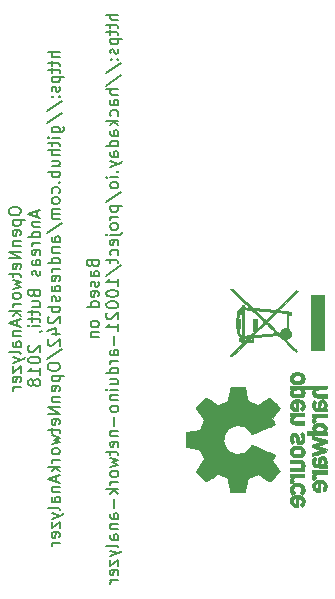
<source format=gbr>
G04 #@! TF.GenerationSoftware,KiCad,Pcbnew,6.0.0-rc1-unknown-0cca1c6~65~ubuntu16.04.1*
G04 #@! TF.CreationDate,2018-08-01T17:46:40+02:00*
G04 #@! TF.ProjectId,ArduinoSpecAn,41726475696E6F53706563416E2E6B69,1.0*
G04 #@! TF.SameCoordinates,Original*
G04 #@! TF.FileFunction,Legend,Bot*
G04 #@! TF.FilePolarity,Positive*
%FSLAX46Y46*%
G04 Gerber Fmt 4.6, Leading zero omitted, Abs format (unit mm)*
G04 Created by KiCad (PCBNEW 6.0.0-rc1-unknown-0cca1c6~65~ubuntu16.04.1) date Wed Aug  1 17:46:40 2018*
%MOMM*%
%LPD*%
G01*
G04 APERTURE LIST*
%ADD10C,0.150000*%
%ADD11C,0.010000*%
G04 APERTURE END LIST*
D10*
X132487380Y-103775809D02*
X132487380Y-103966285D01*
X132535000Y-104061523D01*
X132630238Y-104156761D01*
X132820714Y-104204380D01*
X133154047Y-104204380D01*
X133344523Y-104156761D01*
X133439761Y-104061523D01*
X133487380Y-103966285D01*
X133487380Y-103775809D01*
X133439761Y-103680571D01*
X133344523Y-103585333D01*
X133154047Y-103537714D01*
X132820714Y-103537714D01*
X132630238Y-103585333D01*
X132535000Y-103680571D01*
X132487380Y-103775809D01*
X132820714Y-104632952D02*
X133820714Y-104632952D01*
X132868333Y-104632952D02*
X132820714Y-104728190D01*
X132820714Y-104918666D01*
X132868333Y-105013904D01*
X132915952Y-105061523D01*
X133011190Y-105109142D01*
X133296904Y-105109142D01*
X133392142Y-105061523D01*
X133439761Y-105013904D01*
X133487380Y-104918666D01*
X133487380Y-104728190D01*
X133439761Y-104632952D01*
X133439761Y-105918666D02*
X133487380Y-105823428D01*
X133487380Y-105632952D01*
X133439761Y-105537714D01*
X133344523Y-105490095D01*
X132963571Y-105490095D01*
X132868333Y-105537714D01*
X132820714Y-105632952D01*
X132820714Y-105823428D01*
X132868333Y-105918666D01*
X132963571Y-105966285D01*
X133058809Y-105966285D01*
X133154047Y-105490095D01*
X132820714Y-106394857D02*
X133487380Y-106394857D01*
X132915952Y-106394857D02*
X132868333Y-106442476D01*
X132820714Y-106537714D01*
X132820714Y-106680571D01*
X132868333Y-106775809D01*
X132963571Y-106823428D01*
X133487380Y-106823428D01*
X133487380Y-107299619D02*
X132487380Y-107299619D01*
X133487380Y-107871047D01*
X132487380Y-107871047D01*
X133439761Y-108728190D02*
X133487380Y-108632952D01*
X133487380Y-108442476D01*
X133439761Y-108347238D01*
X133344523Y-108299619D01*
X132963571Y-108299619D01*
X132868333Y-108347238D01*
X132820714Y-108442476D01*
X132820714Y-108632952D01*
X132868333Y-108728190D01*
X132963571Y-108775809D01*
X133058809Y-108775809D01*
X133154047Y-108299619D01*
X132820714Y-109061523D02*
X132820714Y-109442476D01*
X132487380Y-109204380D02*
X133344523Y-109204380D01*
X133439761Y-109252000D01*
X133487380Y-109347238D01*
X133487380Y-109442476D01*
X132820714Y-109680571D02*
X133487380Y-109871047D01*
X133011190Y-110061523D01*
X133487380Y-110252000D01*
X132820714Y-110442476D01*
X133487380Y-110966285D02*
X133439761Y-110871047D01*
X133392142Y-110823428D01*
X133296904Y-110775809D01*
X133011190Y-110775809D01*
X132915952Y-110823428D01*
X132868333Y-110871047D01*
X132820714Y-110966285D01*
X132820714Y-111109142D01*
X132868333Y-111204380D01*
X132915952Y-111252000D01*
X133011190Y-111299619D01*
X133296904Y-111299619D01*
X133392142Y-111252000D01*
X133439761Y-111204380D01*
X133487380Y-111109142D01*
X133487380Y-110966285D01*
X133487380Y-111728190D02*
X132820714Y-111728190D01*
X133011190Y-111728190D02*
X132915952Y-111775809D01*
X132868333Y-111823428D01*
X132820714Y-111918666D01*
X132820714Y-112013904D01*
X133487380Y-112347238D02*
X132487380Y-112347238D01*
X133106428Y-112442476D02*
X133487380Y-112728190D01*
X132820714Y-112728190D02*
X133201666Y-112347238D01*
X133201666Y-113109142D02*
X133201666Y-113585333D01*
X133487380Y-113013904D02*
X132487380Y-113347238D01*
X133487380Y-113680571D01*
X132820714Y-114013904D02*
X133487380Y-114013904D01*
X132915952Y-114013904D02*
X132868333Y-114061523D01*
X132820714Y-114156761D01*
X132820714Y-114299619D01*
X132868333Y-114394857D01*
X132963571Y-114442476D01*
X133487380Y-114442476D01*
X133487380Y-115347238D02*
X132963571Y-115347238D01*
X132868333Y-115299619D01*
X132820714Y-115204380D01*
X132820714Y-115013904D01*
X132868333Y-114918666D01*
X133439761Y-115347238D02*
X133487380Y-115252000D01*
X133487380Y-115013904D01*
X133439761Y-114918666D01*
X133344523Y-114871047D01*
X133249285Y-114871047D01*
X133154047Y-114918666D01*
X133106428Y-115013904D01*
X133106428Y-115252000D01*
X133058809Y-115347238D01*
X133487380Y-115966285D02*
X133439761Y-115871047D01*
X133344523Y-115823428D01*
X132487380Y-115823428D01*
X132820714Y-116252000D02*
X133487380Y-116490095D01*
X132820714Y-116728190D02*
X133487380Y-116490095D01*
X133725476Y-116394857D01*
X133773095Y-116347238D01*
X133820714Y-116252000D01*
X132820714Y-117013904D02*
X132820714Y-117537714D01*
X133487380Y-117013904D01*
X133487380Y-117537714D01*
X133439761Y-118299619D02*
X133487380Y-118204380D01*
X133487380Y-118013904D01*
X133439761Y-117918666D01*
X133344523Y-117871047D01*
X132963571Y-117871047D01*
X132868333Y-117918666D01*
X132820714Y-118013904D01*
X132820714Y-118204380D01*
X132868333Y-118299619D01*
X132963571Y-118347238D01*
X133058809Y-118347238D01*
X133154047Y-117871047D01*
X133487380Y-118775809D02*
X132820714Y-118775809D01*
X133011190Y-118775809D02*
X132915952Y-118823428D01*
X132868333Y-118871047D01*
X132820714Y-118966285D01*
X132820714Y-119061523D01*
X134851666Y-103847238D02*
X134851666Y-104323428D01*
X135137380Y-103752000D02*
X134137380Y-104085333D01*
X135137380Y-104418666D01*
X134470714Y-104752000D02*
X135137380Y-104752000D01*
X134565952Y-104752000D02*
X134518333Y-104799619D01*
X134470714Y-104894857D01*
X134470714Y-105037714D01*
X134518333Y-105132952D01*
X134613571Y-105180571D01*
X135137380Y-105180571D01*
X135137380Y-106085333D02*
X134137380Y-106085333D01*
X135089761Y-106085333D02*
X135137380Y-105990095D01*
X135137380Y-105799619D01*
X135089761Y-105704380D01*
X135042142Y-105656761D01*
X134946904Y-105609142D01*
X134661190Y-105609142D01*
X134565952Y-105656761D01*
X134518333Y-105704380D01*
X134470714Y-105799619D01*
X134470714Y-105990095D01*
X134518333Y-106085333D01*
X135137380Y-106561523D02*
X134470714Y-106561523D01*
X134661190Y-106561523D02*
X134565952Y-106609142D01*
X134518333Y-106656761D01*
X134470714Y-106752000D01*
X134470714Y-106847238D01*
X135089761Y-107561523D02*
X135137380Y-107466285D01*
X135137380Y-107275809D01*
X135089761Y-107180571D01*
X134994523Y-107132952D01*
X134613571Y-107132952D01*
X134518333Y-107180571D01*
X134470714Y-107275809D01*
X134470714Y-107466285D01*
X134518333Y-107561523D01*
X134613571Y-107609142D01*
X134708809Y-107609142D01*
X134804047Y-107132952D01*
X135137380Y-108466285D02*
X134613571Y-108466285D01*
X134518333Y-108418666D01*
X134470714Y-108323428D01*
X134470714Y-108132952D01*
X134518333Y-108037714D01*
X135089761Y-108466285D02*
X135137380Y-108371047D01*
X135137380Y-108132952D01*
X135089761Y-108037714D01*
X134994523Y-107990095D01*
X134899285Y-107990095D01*
X134804047Y-108037714D01*
X134756428Y-108132952D01*
X134756428Y-108371047D01*
X134708809Y-108466285D01*
X135089761Y-108894857D02*
X135137380Y-108990095D01*
X135137380Y-109180571D01*
X135089761Y-109275809D01*
X134994523Y-109323428D01*
X134946904Y-109323428D01*
X134851666Y-109275809D01*
X134804047Y-109180571D01*
X134804047Y-109037714D01*
X134756428Y-108942476D01*
X134661190Y-108894857D01*
X134613571Y-108894857D01*
X134518333Y-108942476D01*
X134470714Y-109037714D01*
X134470714Y-109180571D01*
X134518333Y-109275809D01*
X134613571Y-110847238D02*
X134661190Y-110990095D01*
X134708809Y-111037714D01*
X134804047Y-111085333D01*
X134946904Y-111085333D01*
X135042142Y-111037714D01*
X135089761Y-110990095D01*
X135137380Y-110894857D01*
X135137380Y-110513904D01*
X134137380Y-110513904D01*
X134137380Y-110847238D01*
X134185000Y-110942476D01*
X134232619Y-110990095D01*
X134327857Y-111037714D01*
X134423095Y-111037714D01*
X134518333Y-110990095D01*
X134565952Y-110942476D01*
X134613571Y-110847238D01*
X134613571Y-110513904D01*
X134470714Y-111942476D02*
X135137380Y-111942476D01*
X134470714Y-111513904D02*
X134994523Y-111513904D01*
X135089761Y-111561523D01*
X135137380Y-111656761D01*
X135137380Y-111799619D01*
X135089761Y-111894857D01*
X135042142Y-111942476D01*
X134470714Y-112275809D02*
X134470714Y-112656761D01*
X134137380Y-112418666D02*
X134994523Y-112418666D01*
X135089761Y-112466285D01*
X135137380Y-112561523D01*
X135137380Y-112656761D01*
X134470714Y-112847238D02*
X134470714Y-113228190D01*
X134137380Y-112990095D02*
X134994523Y-112990095D01*
X135089761Y-113037714D01*
X135137380Y-113132952D01*
X135137380Y-113228190D01*
X135137380Y-113561523D02*
X134470714Y-113561523D01*
X134137380Y-113561523D02*
X134185000Y-113513904D01*
X134232619Y-113561523D01*
X134185000Y-113609142D01*
X134137380Y-113561523D01*
X134232619Y-113561523D01*
X135089761Y-114085333D02*
X135137380Y-114085333D01*
X135232619Y-114037714D01*
X135280238Y-113990095D01*
X134232619Y-115228190D02*
X134185000Y-115275809D01*
X134137380Y-115371047D01*
X134137380Y-115609142D01*
X134185000Y-115704380D01*
X134232619Y-115751999D01*
X134327857Y-115799619D01*
X134423095Y-115799619D01*
X134565952Y-115751999D01*
X135137380Y-115180571D01*
X135137380Y-115799619D01*
X134137380Y-116418666D02*
X134137380Y-116513904D01*
X134185000Y-116609142D01*
X134232619Y-116656761D01*
X134327857Y-116704380D01*
X134518333Y-116751999D01*
X134756428Y-116751999D01*
X134946904Y-116704380D01*
X135042142Y-116656761D01*
X135089761Y-116609142D01*
X135137380Y-116513904D01*
X135137380Y-116418666D01*
X135089761Y-116323428D01*
X135042142Y-116275809D01*
X134946904Y-116228190D01*
X134756428Y-116180571D01*
X134518333Y-116180571D01*
X134327857Y-116228190D01*
X134232619Y-116275809D01*
X134185000Y-116323428D01*
X134137380Y-116418666D01*
X135137380Y-117704380D02*
X135137380Y-117132952D01*
X135137380Y-117418666D02*
X134137380Y-117418666D01*
X134280238Y-117323428D01*
X134375476Y-117228190D01*
X134423095Y-117132952D01*
X134565952Y-118275809D02*
X134518333Y-118180571D01*
X134470714Y-118132952D01*
X134375476Y-118085333D01*
X134327857Y-118085333D01*
X134232619Y-118132952D01*
X134185000Y-118180571D01*
X134137380Y-118275809D01*
X134137380Y-118466285D01*
X134185000Y-118561523D01*
X134232619Y-118609142D01*
X134327857Y-118656761D01*
X134375476Y-118656761D01*
X134470714Y-118609142D01*
X134518333Y-118561523D01*
X134565952Y-118466285D01*
X134565952Y-118275809D01*
X134613571Y-118180571D01*
X134661190Y-118132952D01*
X134756428Y-118085333D01*
X134946904Y-118085333D01*
X135042142Y-118132952D01*
X135089761Y-118180571D01*
X135137380Y-118275809D01*
X135137380Y-118466285D01*
X135089761Y-118561523D01*
X135042142Y-118609142D01*
X134946904Y-118656761D01*
X134756428Y-118656761D01*
X134661190Y-118609142D01*
X134613571Y-118561523D01*
X134565952Y-118466285D01*
X136787380Y-90418666D02*
X135787380Y-90418666D01*
X136787380Y-90847238D02*
X136263571Y-90847238D01*
X136168333Y-90799619D01*
X136120714Y-90704380D01*
X136120714Y-90561523D01*
X136168333Y-90466285D01*
X136215952Y-90418666D01*
X136120714Y-91180571D02*
X136120714Y-91561523D01*
X135787380Y-91323428D02*
X136644523Y-91323428D01*
X136739761Y-91371047D01*
X136787380Y-91466285D01*
X136787380Y-91561523D01*
X136120714Y-91752000D02*
X136120714Y-92132952D01*
X135787380Y-91894857D02*
X136644523Y-91894857D01*
X136739761Y-91942476D01*
X136787380Y-92037714D01*
X136787380Y-92132952D01*
X136120714Y-92466285D02*
X137120714Y-92466285D01*
X136168333Y-92466285D02*
X136120714Y-92561523D01*
X136120714Y-92752000D01*
X136168333Y-92847238D01*
X136215952Y-92894857D01*
X136311190Y-92942476D01*
X136596904Y-92942476D01*
X136692142Y-92894857D01*
X136739761Y-92847238D01*
X136787380Y-92752000D01*
X136787380Y-92561523D01*
X136739761Y-92466285D01*
X136739761Y-93323428D02*
X136787380Y-93418666D01*
X136787380Y-93609142D01*
X136739761Y-93704380D01*
X136644523Y-93752000D01*
X136596904Y-93752000D01*
X136501666Y-93704380D01*
X136454047Y-93609142D01*
X136454047Y-93466285D01*
X136406428Y-93371047D01*
X136311190Y-93323428D01*
X136263571Y-93323428D01*
X136168333Y-93371047D01*
X136120714Y-93466285D01*
X136120714Y-93609142D01*
X136168333Y-93704380D01*
X136692142Y-94180571D02*
X136739761Y-94228190D01*
X136787380Y-94180571D01*
X136739761Y-94132952D01*
X136692142Y-94180571D01*
X136787380Y-94180571D01*
X136168333Y-94180571D02*
X136215952Y-94228190D01*
X136263571Y-94180571D01*
X136215952Y-94132952D01*
X136168333Y-94180571D01*
X136263571Y-94180571D01*
X135739761Y-95371047D02*
X137025476Y-94513904D01*
X135739761Y-96418666D02*
X137025476Y-95561523D01*
X136120714Y-97180571D02*
X136930238Y-97180571D01*
X137025476Y-97132952D01*
X137073095Y-97085333D01*
X137120714Y-96990095D01*
X137120714Y-96847238D01*
X137073095Y-96752000D01*
X136739761Y-97180571D02*
X136787380Y-97085333D01*
X136787380Y-96894857D01*
X136739761Y-96799619D01*
X136692142Y-96752000D01*
X136596904Y-96704380D01*
X136311190Y-96704380D01*
X136215952Y-96752000D01*
X136168333Y-96799619D01*
X136120714Y-96894857D01*
X136120714Y-97085333D01*
X136168333Y-97180571D01*
X136787380Y-97656761D02*
X136120714Y-97656761D01*
X135787380Y-97656761D02*
X135835000Y-97609142D01*
X135882619Y-97656761D01*
X135835000Y-97704380D01*
X135787380Y-97656761D01*
X135882619Y-97656761D01*
X136120714Y-97990095D02*
X136120714Y-98371047D01*
X135787380Y-98132952D02*
X136644523Y-98132952D01*
X136739761Y-98180571D01*
X136787380Y-98275809D01*
X136787380Y-98371047D01*
X136787380Y-98704380D02*
X135787380Y-98704380D01*
X136787380Y-99132952D02*
X136263571Y-99132952D01*
X136168333Y-99085333D01*
X136120714Y-98990095D01*
X136120714Y-98847238D01*
X136168333Y-98752000D01*
X136215952Y-98704380D01*
X136120714Y-100037714D02*
X136787380Y-100037714D01*
X136120714Y-99609142D02*
X136644523Y-99609142D01*
X136739761Y-99656761D01*
X136787380Y-99752000D01*
X136787380Y-99894857D01*
X136739761Y-99990095D01*
X136692142Y-100037714D01*
X136787380Y-100513904D02*
X135787380Y-100513904D01*
X136168333Y-100513904D02*
X136120714Y-100609142D01*
X136120714Y-100799619D01*
X136168333Y-100894857D01*
X136215952Y-100942476D01*
X136311190Y-100990095D01*
X136596904Y-100990095D01*
X136692142Y-100942476D01*
X136739761Y-100894857D01*
X136787380Y-100799619D01*
X136787380Y-100609142D01*
X136739761Y-100513904D01*
X136692142Y-101418666D02*
X136739761Y-101466285D01*
X136787380Y-101418666D01*
X136739761Y-101371047D01*
X136692142Y-101418666D01*
X136787380Y-101418666D01*
X136739761Y-102323428D02*
X136787380Y-102228190D01*
X136787380Y-102037714D01*
X136739761Y-101942476D01*
X136692142Y-101894857D01*
X136596904Y-101847238D01*
X136311190Y-101847238D01*
X136215952Y-101894857D01*
X136168333Y-101942476D01*
X136120714Y-102037714D01*
X136120714Y-102228190D01*
X136168333Y-102323428D01*
X136787380Y-102894857D02*
X136739761Y-102799619D01*
X136692142Y-102752000D01*
X136596904Y-102704380D01*
X136311190Y-102704380D01*
X136215952Y-102752000D01*
X136168333Y-102799619D01*
X136120714Y-102894857D01*
X136120714Y-103037714D01*
X136168333Y-103132952D01*
X136215952Y-103180571D01*
X136311190Y-103228190D01*
X136596904Y-103228190D01*
X136692142Y-103180571D01*
X136739761Y-103132952D01*
X136787380Y-103037714D01*
X136787380Y-102894857D01*
X136787380Y-103656761D02*
X136120714Y-103656761D01*
X136215952Y-103656761D02*
X136168333Y-103704380D01*
X136120714Y-103799619D01*
X136120714Y-103942476D01*
X136168333Y-104037714D01*
X136263571Y-104085333D01*
X136787380Y-104085333D01*
X136263571Y-104085333D02*
X136168333Y-104132952D01*
X136120714Y-104228190D01*
X136120714Y-104371047D01*
X136168333Y-104466285D01*
X136263571Y-104513904D01*
X136787380Y-104513904D01*
X135739761Y-105704380D02*
X137025476Y-104847238D01*
X136787380Y-106466285D02*
X136263571Y-106466285D01*
X136168333Y-106418666D01*
X136120714Y-106323428D01*
X136120714Y-106132952D01*
X136168333Y-106037714D01*
X136739761Y-106466285D02*
X136787380Y-106371047D01*
X136787380Y-106132952D01*
X136739761Y-106037714D01*
X136644523Y-105990095D01*
X136549285Y-105990095D01*
X136454047Y-106037714D01*
X136406428Y-106132952D01*
X136406428Y-106371047D01*
X136358809Y-106466285D01*
X136120714Y-106942476D02*
X136787380Y-106942476D01*
X136215952Y-106942476D02*
X136168333Y-106990095D01*
X136120714Y-107085333D01*
X136120714Y-107228190D01*
X136168333Y-107323428D01*
X136263571Y-107371047D01*
X136787380Y-107371047D01*
X136787380Y-108275809D02*
X135787380Y-108275809D01*
X136739761Y-108275809D02*
X136787380Y-108180571D01*
X136787380Y-107990095D01*
X136739761Y-107894857D01*
X136692142Y-107847238D01*
X136596904Y-107799619D01*
X136311190Y-107799619D01*
X136215952Y-107847238D01*
X136168333Y-107894857D01*
X136120714Y-107990095D01*
X136120714Y-108180571D01*
X136168333Y-108275809D01*
X136787380Y-108752000D02*
X136120714Y-108752000D01*
X136311190Y-108752000D02*
X136215952Y-108799619D01*
X136168333Y-108847238D01*
X136120714Y-108942476D01*
X136120714Y-109037714D01*
X136739761Y-109752000D02*
X136787380Y-109656761D01*
X136787380Y-109466285D01*
X136739761Y-109371047D01*
X136644523Y-109323428D01*
X136263571Y-109323428D01*
X136168333Y-109371047D01*
X136120714Y-109466285D01*
X136120714Y-109656761D01*
X136168333Y-109752000D01*
X136263571Y-109799619D01*
X136358809Y-109799619D01*
X136454047Y-109323428D01*
X136787380Y-110656761D02*
X136263571Y-110656761D01*
X136168333Y-110609142D01*
X136120714Y-110513904D01*
X136120714Y-110323428D01*
X136168333Y-110228190D01*
X136739761Y-110656761D02*
X136787380Y-110561523D01*
X136787380Y-110323428D01*
X136739761Y-110228190D01*
X136644523Y-110180571D01*
X136549285Y-110180571D01*
X136454047Y-110228190D01*
X136406428Y-110323428D01*
X136406428Y-110561523D01*
X136358809Y-110656761D01*
X136739761Y-111085333D02*
X136787380Y-111180571D01*
X136787380Y-111371047D01*
X136739761Y-111466285D01*
X136644523Y-111513904D01*
X136596904Y-111513904D01*
X136501666Y-111466285D01*
X136454047Y-111371047D01*
X136454047Y-111228190D01*
X136406428Y-111132952D01*
X136311190Y-111085333D01*
X136263571Y-111085333D01*
X136168333Y-111132952D01*
X136120714Y-111228190D01*
X136120714Y-111371047D01*
X136168333Y-111466285D01*
X136787380Y-111942476D02*
X135787380Y-111942476D01*
X136168333Y-111942476D02*
X136120714Y-112037714D01*
X136120714Y-112228190D01*
X136168333Y-112323428D01*
X136215952Y-112371047D01*
X136311190Y-112418666D01*
X136596904Y-112418666D01*
X136692142Y-112371047D01*
X136739761Y-112323428D01*
X136787380Y-112228190D01*
X136787380Y-112037714D01*
X136739761Y-111942476D01*
X135882619Y-112799619D02*
X135835000Y-112847238D01*
X135787380Y-112942476D01*
X135787380Y-113180571D01*
X135835000Y-113275809D01*
X135882619Y-113323428D01*
X135977857Y-113371047D01*
X136073095Y-113371047D01*
X136215952Y-113323428D01*
X136787380Y-112751999D01*
X136787380Y-113371047D01*
X136120714Y-114228190D02*
X136787380Y-114228190D01*
X135739761Y-113990095D02*
X136454047Y-113751999D01*
X136454047Y-114371047D01*
X135882619Y-114704380D02*
X135835000Y-114751999D01*
X135787380Y-114847238D01*
X135787380Y-115085333D01*
X135835000Y-115180571D01*
X135882619Y-115228190D01*
X135977857Y-115275809D01*
X136073095Y-115275809D01*
X136215952Y-115228190D01*
X136787380Y-114656761D01*
X136787380Y-115275809D01*
X135739761Y-116418666D02*
X137025476Y-115561523D01*
X135787380Y-116942476D02*
X135787380Y-117132952D01*
X135835000Y-117228190D01*
X135930238Y-117323428D01*
X136120714Y-117371047D01*
X136454047Y-117371047D01*
X136644523Y-117323428D01*
X136739761Y-117228190D01*
X136787380Y-117132952D01*
X136787380Y-116942476D01*
X136739761Y-116847238D01*
X136644523Y-116751999D01*
X136454047Y-116704380D01*
X136120714Y-116704380D01*
X135930238Y-116751999D01*
X135835000Y-116847238D01*
X135787380Y-116942476D01*
X136120714Y-117799619D02*
X137120714Y-117799619D01*
X136168333Y-117799619D02*
X136120714Y-117894857D01*
X136120714Y-118085333D01*
X136168333Y-118180571D01*
X136215952Y-118228190D01*
X136311190Y-118275809D01*
X136596904Y-118275809D01*
X136692142Y-118228190D01*
X136739761Y-118180571D01*
X136787380Y-118085333D01*
X136787380Y-117894857D01*
X136739761Y-117799619D01*
X136739761Y-119085333D02*
X136787380Y-118990095D01*
X136787380Y-118799619D01*
X136739761Y-118704380D01*
X136644523Y-118656761D01*
X136263571Y-118656761D01*
X136168333Y-118704380D01*
X136120714Y-118799619D01*
X136120714Y-118990095D01*
X136168333Y-119085333D01*
X136263571Y-119132952D01*
X136358809Y-119132952D01*
X136454047Y-118656761D01*
X136120714Y-119561523D02*
X136787380Y-119561523D01*
X136215952Y-119561523D02*
X136168333Y-119609142D01*
X136120714Y-119704380D01*
X136120714Y-119847238D01*
X136168333Y-119942476D01*
X136263571Y-119990095D01*
X136787380Y-119990095D01*
X136787380Y-120466285D02*
X135787380Y-120466285D01*
X136787380Y-121037714D01*
X135787380Y-121037714D01*
X136739761Y-121894857D02*
X136787380Y-121799619D01*
X136787380Y-121609142D01*
X136739761Y-121513904D01*
X136644523Y-121466285D01*
X136263571Y-121466285D01*
X136168333Y-121513904D01*
X136120714Y-121609142D01*
X136120714Y-121799619D01*
X136168333Y-121894857D01*
X136263571Y-121942476D01*
X136358809Y-121942476D01*
X136454047Y-121466285D01*
X136120714Y-122228190D02*
X136120714Y-122609142D01*
X135787380Y-122371047D02*
X136644523Y-122371047D01*
X136739761Y-122418666D01*
X136787380Y-122513904D01*
X136787380Y-122609142D01*
X136120714Y-122847238D02*
X136787380Y-123037714D01*
X136311190Y-123228190D01*
X136787380Y-123418666D01*
X136120714Y-123609142D01*
X136787380Y-124132952D02*
X136739761Y-124037714D01*
X136692142Y-123990095D01*
X136596904Y-123942476D01*
X136311190Y-123942476D01*
X136215952Y-123990095D01*
X136168333Y-124037714D01*
X136120714Y-124132952D01*
X136120714Y-124275809D01*
X136168333Y-124371047D01*
X136215952Y-124418666D01*
X136311190Y-124466285D01*
X136596904Y-124466285D01*
X136692142Y-124418666D01*
X136739761Y-124371047D01*
X136787380Y-124275809D01*
X136787380Y-124132952D01*
X136787380Y-124894857D02*
X136120714Y-124894857D01*
X136311190Y-124894857D02*
X136215952Y-124942476D01*
X136168333Y-124990095D01*
X136120714Y-125085333D01*
X136120714Y-125180571D01*
X136787380Y-125513904D02*
X135787380Y-125513904D01*
X136406428Y-125609142D02*
X136787380Y-125894857D01*
X136120714Y-125894857D02*
X136501666Y-125513904D01*
X136501666Y-126275809D02*
X136501666Y-126751999D01*
X136787380Y-126180571D02*
X135787380Y-126513904D01*
X136787380Y-126847238D01*
X136120714Y-127180571D02*
X136787380Y-127180571D01*
X136215952Y-127180571D02*
X136168333Y-127228190D01*
X136120714Y-127323428D01*
X136120714Y-127466285D01*
X136168333Y-127561523D01*
X136263571Y-127609142D01*
X136787380Y-127609142D01*
X136787380Y-128513904D02*
X136263571Y-128513904D01*
X136168333Y-128466285D01*
X136120714Y-128371047D01*
X136120714Y-128180571D01*
X136168333Y-128085333D01*
X136739761Y-128513904D02*
X136787380Y-128418666D01*
X136787380Y-128180571D01*
X136739761Y-128085333D01*
X136644523Y-128037714D01*
X136549285Y-128037714D01*
X136454047Y-128085333D01*
X136406428Y-128180571D01*
X136406428Y-128418666D01*
X136358809Y-128513904D01*
X136787380Y-129132952D02*
X136739761Y-129037714D01*
X136644523Y-128990095D01*
X135787380Y-128990095D01*
X136120714Y-129418666D02*
X136787380Y-129656761D01*
X136120714Y-129894857D02*
X136787380Y-129656761D01*
X137025476Y-129561523D01*
X137073095Y-129513904D01*
X137120714Y-129418666D01*
X136120714Y-130180571D02*
X136120714Y-130704380D01*
X136787380Y-130180571D01*
X136787380Y-130704380D01*
X136739761Y-131466285D02*
X136787380Y-131371047D01*
X136787380Y-131180571D01*
X136739761Y-131085333D01*
X136644523Y-131037714D01*
X136263571Y-131037714D01*
X136168333Y-131085333D01*
X136120714Y-131180571D01*
X136120714Y-131371047D01*
X136168333Y-131466285D01*
X136263571Y-131513904D01*
X136358809Y-131513904D01*
X136454047Y-131037714D01*
X136787380Y-131942476D02*
X136120714Y-131942476D01*
X136311190Y-131942476D02*
X136215952Y-131990095D01*
X136168333Y-132037714D01*
X136120714Y-132132952D01*
X136120714Y-132228190D01*
X139563571Y-108299619D02*
X139611190Y-108442476D01*
X139658809Y-108490095D01*
X139754047Y-108537714D01*
X139896904Y-108537714D01*
X139992142Y-108490095D01*
X140039761Y-108442476D01*
X140087380Y-108347238D01*
X140087380Y-107966285D01*
X139087380Y-107966285D01*
X139087380Y-108299619D01*
X139135000Y-108394857D01*
X139182619Y-108442476D01*
X139277857Y-108490095D01*
X139373095Y-108490095D01*
X139468333Y-108442476D01*
X139515952Y-108394857D01*
X139563571Y-108299619D01*
X139563571Y-107966285D01*
X140087380Y-109394857D02*
X139563571Y-109394857D01*
X139468333Y-109347238D01*
X139420714Y-109252000D01*
X139420714Y-109061523D01*
X139468333Y-108966285D01*
X140039761Y-109394857D02*
X140087380Y-109299619D01*
X140087380Y-109061523D01*
X140039761Y-108966285D01*
X139944523Y-108918666D01*
X139849285Y-108918666D01*
X139754047Y-108966285D01*
X139706428Y-109061523D01*
X139706428Y-109299619D01*
X139658809Y-109394857D01*
X140039761Y-109823428D02*
X140087380Y-109918666D01*
X140087380Y-110109142D01*
X140039761Y-110204380D01*
X139944523Y-110252000D01*
X139896904Y-110252000D01*
X139801666Y-110204380D01*
X139754047Y-110109142D01*
X139754047Y-109966285D01*
X139706428Y-109871047D01*
X139611190Y-109823428D01*
X139563571Y-109823428D01*
X139468333Y-109871047D01*
X139420714Y-109966285D01*
X139420714Y-110109142D01*
X139468333Y-110204380D01*
X140039761Y-111061523D02*
X140087380Y-110966285D01*
X140087380Y-110775809D01*
X140039761Y-110680571D01*
X139944523Y-110632952D01*
X139563571Y-110632952D01*
X139468333Y-110680571D01*
X139420714Y-110775809D01*
X139420714Y-110966285D01*
X139468333Y-111061523D01*
X139563571Y-111109142D01*
X139658809Y-111109142D01*
X139754047Y-110632952D01*
X140087380Y-111966285D02*
X139087380Y-111966285D01*
X140039761Y-111966285D02*
X140087380Y-111871047D01*
X140087380Y-111680571D01*
X140039761Y-111585333D01*
X139992142Y-111537714D01*
X139896904Y-111490095D01*
X139611190Y-111490095D01*
X139515952Y-111537714D01*
X139468333Y-111585333D01*
X139420714Y-111680571D01*
X139420714Y-111871047D01*
X139468333Y-111966285D01*
X140087380Y-113347238D02*
X140039761Y-113252000D01*
X139992142Y-113204380D01*
X139896904Y-113156761D01*
X139611190Y-113156761D01*
X139515952Y-113204380D01*
X139468333Y-113252000D01*
X139420714Y-113347238D01*
X139420714Y-113490095D01*
X139468333Y-113585333D01*
X139515952Y-113632952D01*
X139611190Y-113680571D01*
X139896904Y-113680571D01*
X139992142Y-113632952D01*
X140039761Y-113585333D01*
X140087380Y-113490095D01*
X140087380Y-113347238D01*
X139420714Y-114109142D02*
X140087380Y-114109142D01*
X139515952Y-114109142D02*
X139468333Y-114156761D01*
X139420714Y-114252000D01*
X139420714Y-114394857D01*
X139468333Y-114490095D01*
X139563571Y-114537714D01*
X140087380Y-114537714D01*
X141737380Y-87228190D02*
X140737380Y-87228190D01*
X141737380Y-87656761D02*
X141213571Y-87656761D01*
X141118333Y-87609142D01*
X141070714Y-87513904D01*
X141070714Y-87371047D01*
X141118333Y-87275809D01*
X141165952Y-87228190D01*
X141070714Y-87990095D02*
X141070714Y-88371047D01*
X140737380Y-88132952D02*
X141594523Y-88132952D01*
X141689761Y-88180571D01*
X141737380Y-88275809D01*
X141737380Y-88371047D01*
X141070714Y-88561523D02*
X141070714Y-88942476D01*
X140737380Y-88704380D02*
X141594523Y-88704380D01*
X141689761Y-88752000D01*
X141737380Y-88847238D01*
X141737380Y-88942476D01*
X141070714Y-89275809D02*
X142070714Y-89275809D01*
X141118333Y-89275809D02*
X141070714Y-89371047D01*
X141070714Y-89561523D01*
X141118333Y-89656761D01*
X141165952Y-89704380D01*
X141261190Y-89752000D01*
X141546904Y-89752000D01*
X141642142Y-89704380D01*
X141689761Y-89656761D01*
X141737380Y-89561523D01*
X141737380Y-89371047D01*
X141689761Y-89275809D01*
X141689761Y-90132952D02*
X141737380Y-90228190D01*
X141737380Y-90418666D01*
X141689761Y-90513904D01*
X141594523Y-90561523D01*
X141546904Y-90561523D01*
X141451666Y-90513904D01*
X141404047Y-90418666D01*
X141404047Y-90275809D01*
X141356428Y-90180571D01*
X141261190Y-90132952D01*
X141213571Y-90132952D01*
X141118333Y-90180571D01*
X141070714Y-90275809D01*
X141070714Y-90418666D01*
X141118333Y-90513904D01*
X141642142Y-90990095D02*
X141689761Y-91037714D01*
X141737380Y-90990095D01*
X141689761Y-90942476D01*
X141642142Y-90990095D01*
X141737380Y-90990095D01*
X141118333Y-90990095D02*
X141165952Y-91037714D01*
X141213571Y-90990095D01*
X141165952Y-90942476D01*
X141118333Y-90990095D01*
X141213571Y-90990095D01*
X140689761Y-92180571D02*
X141975476Y-91323428D01*
X140689761Y-93228190D02*
X141975476Y-92371047D01*
X141737380Y-93561523D02*
X140737380Y-93561523D01*
X141737380Y-93990095D02*
X141213571Y-93990095D01*
X141118333Y-93942476D01*
X141070714Y-93847238D01*
X141070714Y-93704380D01*
X141118333Y-93609142D01*
X141165952Y-93561523D01*
X141737380Y-94894857D02*
X141213571Y-94894857D01*
X141118333Y-94847238D01*
X141070714Y-94752000D01*
X141070714Y-94561523D01*
X141118333Y-94466285D01*
X141689761Y-94894857D02*
X141737380Y-94799619D01*
X141737380Y-94561523D01*
X141689761Y-94466285D01*
X141594523Y-94418666D01*
X141499285Y-94418666D01*
X141404047Y-94466285D01*
X141356428Y-94561523D01*
X141356428Y-94799619D01*
X141308809Y-94894857D01*
X141689761Y-95799619D02*
X141737380Y-95704380D01*
X141737380Y-95513904D01*
X141689761Y-95418666D01*
X141642142Y-95371047D01*
X141546904Y-95323428D01*
X141261190Y-95323428D01*
X141165952Y-95371047D01*
X141118333Y-95418666D01*
X141070714Y-95513904D01*
X141070714Y-95704380D01*
X141118333Y-95799619D01*
X141737380Y-96228190D02*
X140737380Y-96228190D01*
X141356428Y-96323428D02*
X141737380Y-96609142D01*
X141070714Y-96609142D02*
X141451666Y-96228190D01*
X141737380Y-97466285D02*
X141213571Y-97466285D01*
X141118333Y-97418666D01*
X141070714Y-97323428D01*
X141070714Y-97132952D01*
X141118333Y-97037714D01*
X141689761Y-97466285D02*
X141737380Y-97371047D01*
X141737380Y-97132952D01*
X141689761Y-97037714D01*
X141594523Y-96990095D01*
X141499285Y-96990095D01*
X141404047Y-97037714D01*
X141356428Y-97132952D01*
X141356428Y-97371047D01*
X141308809Y-97466285D01*
X141737380Y-98371047D02*
X140737380Y-98371047D01*
X141689761Y-98371047D02*
X141737380Y-98275809D01*
X141737380Y-98085333D01*
X141689761Y-97990095D01*
X141642142Y-97942476D01*
X141546904Y-97894857D01*
X141261190Y-97894857D01*
X141165952Y-97942476D01*
X141118333Y-97990095D01*
X141070714Y-98085333D01*
X141070714Y-98275809D01*
X141118333Y-98371047D01*
X141737380Y-99275809D02*
X141213571Y-99275809D01*
X141118333Y-99228190D01*
X141070714Y-99132952D01*
X141070714Y-98942476D01*
X141118333Y-98847238D01*
X141689761Y-99275809D02*
X141737380Y-99180571D01*
X141737380Y-98942476D01*
X141689761Y-98847238D01*
X141594523Y-98799619D01*
X141499285Y-98799619D01*
X141404047Y-98847238D01*
X141356428Y-98942476D01*
X141356428Y-99180571D01*
X141308809Y-99275809D01*
X141070714Y-99656761D02*
X141737380Y-99894857D01*
X141070714Y-100132952D02*
X141737380Y-99894857D01*
X141975476Y-99799619D01*
X142023095Y-99751999D01*
X142070714Y-99656761D01*
X141642142Y-100513904D02*
X141689761Y-100561523D01*
X141737380Y-100513904D01*
X141689761Y-100466285D01*
X141642142Y-100513904D01*
X141737380Y-100513904D01*
X141737380Y-100990095D02*
X141070714Y-100990095D01*
X140737380Y-100990095D02*
X140785000Y-100942476D01*
X140832619Y-100990095D01*
X140785000Y-101037714D01*
X140737380Y-100990095D01*
X140832619Y-100990095D01*
X141737380Y-101609142D02*
X141689761Y-101513904D01*
X141642142Y-101466285D01*
X141546904Y-101418666D01*
X141261190Y-101418666D01*
X141165952Y-101466285D01*
X141118333Y-101513904D01*
X141070714Y-101609142D01*
X141070714Y-101751999D01*
X141118333Y-101847238D01*
X141165952Y-101894857D01*
X141261190Y-101942476D01*
X141546904Y-101942476D01*
X141642142Y-101894857D01*
X141689761Y-101847238D01*
X141737380Y-101751999D01*
X141737380Y-101609142D01*
X140689761Y-103085333D02*
X141975476Y-102228190D01*
X141070714Y-103418666D02*
X142070714Y-103418666D01*
X141118333Y-103418666D02*
X141070714Y-103513904D01*
X141070714Y-103704380D01*
X141118333Y-103799619D01*
X141165952Y-103847238D01*
X141261190Y-103894857D01*
X141546904Y-103894857D01*
X141642142Y-103847238D01*
X141689761Y-103799619D01*
X141737380Y-103704380D01*
X141737380Y-103513904D01*
X141689761Y-103418666D01*
X141737380Y-104323428D02*
X141070714Y-104323428D01*
X141261190Y-104323428D02*
X141165952Y-104371047D01*
X141118333Y-104418666D01*
X141070714Y-104513904D01*
X141070714Y-104609142D01*
X141737380Y-105085333D02*
X141689761Y-104990095D01*
X141642142Y-104942476D01*
X141546904Y-104894857D01*
X141261190Y-104894857D01*
X141165952Y-104942476D01*
X141118333Y-104990095D01*
X141070714Y-105085333D01*
X141070714Y-105228190D01*
X141118333Y-105323428D01*
X141165952Y-105371047D01*
X141261190Y-105418666D01*
X141546904Y-105418666D01*
X141642142Y-105371047D01*
X141689761Y-105323428D01*
X141737380Y-105228190D01*
X141737380Y-105085333D01*
X141070714Y-105847238D02*
X141927857Y-105847238D01*
X142023095Y-105799619D01*
X142070714Y-105704380D01*
X142070714Y-105656761D01*
X140737380Y-105847238D02*
X140785000Y-105799619D01*
X140832619Y-105847238D01*
X140785000Y-105894857D01*
X140737380Y-105847238D01*
X140832619Y-105847238D01*
X141689761Y-106704380D02*
X141737380Y-106609142D01*
X141737380Y-106418666D01*
X141689761Y-106323428D01*
X141594523Y-106275809D01*
X141213571Y-106275809D01*
X141118333Y-106323428D01*
X141070714Y-106418666D01*
X141070714Y-106609142D01*
X141118333Y-106704380D01*
X141213571Y-106751999D01*
X141308809Y-106751999D01*
X141404047Y-106275809D01*
X141689761Y-107609142D02*
X141737380Y-107513904D01*
X141737380Y-107323428D01*
X141689761Y-107228190D01*
X141642142Y-107180571D01*
X141546904Y-107132952D01*
X141261190Y-107132952D01*
X141165952Y-107180571D01*
X141118333Y-107228190D01*
X141070714Y-107323428D01*
X141070714Y-107513904D01*
X141118333Y-107609142D01*
X141070714Y-107894857D02*
X141070714Y-108275809D01*
X140737380Y-108037714D02*
X141594523Y-108037714D01*
X141689761Y-108085333D01*
X141737380Y-108180571D01*
X141737380Y-108275809D01*
X140689761Y-109323428D02*
X141975476Y-108466285D01*
X141737380Y-110180571D02*
X141737380Y-109609142D01*
X141737380Y-109894857D02*
X140737380Y-109894857D01*
X140880238Y-109799619D01*
X140975476Y-109704380D01*
X141023095Y-109609142D01*
X140737380Y-110799619D02*
X140737380Y-110894857D01*
X140785000Y-110990095D01*
X140832619Y-111037714D01*
X140927857Y-111085333D01*
X141118333Y-111132952D01*
X141356428Y-111132952D01*
X141546904Y-111085333D01*
X141642142Y-111037714D01*
X141689761Y-110990095D01*
X141737380Y-110894857D01*
X141737380Y-110799619D01*
X141689761Y-110704380D01*
X141642142Y-110656761D01*
X141546904Y-110609142D01*
X141356428Y-110561523D01*
X141118333Y-110561523D01*
X140927857Y-110609142D01*
X140832619Y-110656761D01*
X140785000Y-110704380D01*
X140737380Y-110799619D01*
X140737380Y-111751999D02*
X140737380Y-111847238D01*
X140785000Y-111942476D01*
X140832619Y-111990095D01*
X140927857Y-112037714D01*
X141118333Y-112085333D01*
X141356428Y-112085333D01*
X141546904Y-112037714D01*
X141642142Y-111990095D01*
X141689761Y-111942476D01*
X141737380Y-111847238D01*
X141737380Y-111751999D01*
X141689761Y-111656761D01*
X141642142Y-111609142D01*
X141546904Y-111561523D01*
X141356428Y-111513904D01*
X141118333Y-111513904D01*
X140927857Y-111561523D01*
X140832619Y-111609142D01*
X140785000Y-111656761D01*
X140737380Y-111751999D01*
X140832619Y-112466285D02*
X140785000Y-112513904D01*
X140737380Y-112609142D01*
X140737380Y-112847238D01*
X140785000Y-112942476D01*
X140832619Y-112990095D01*
X140927857Y-113037714D01*
X141023095Y-113037714D01*
X141165952Y-112990095D01*
X141737380Y-112418666D01*
X141737380Y-113037714D01*
X141737380Y-113990095D02*
X141737380Y-113418666D01*
X141737380Y-113704380D02*
X140737380Y-113704380D01*
X140880238Y-113609142D01*
X140975476Y-113513904D01*
X141023095Y-113418666D01*
X141356428Y-114418666D02*
X141356428Y-115180571D01*
X141737380Y-116085333D02*
X141213571Y-116085333D01*
X141118333Y-116037714D01*
X141070714Y-115942476D01*
X141070714Y-115751999D01*
X141118333Y-115656761D01*
X141689761Y-116085333D02*
X141737380Y-115990095D01*
X141737380Y-115751999D01*
X141689761Y-115656761D01*
X141594523Y-115609142D01*
X141499285Y-115609142D01*
X141404047Y-115656761D01*
X141356428Y-115751999D01*
X141356428Y-115990095D01*
X141308809Y-116085333D01*
X141737380Y-116561523D02*
X141070714Y-116561523D01*
X141261190Y-116561523D02*
X141165952Y-116609142D01*
X141118333Y-116656761D01*
X141070714Y-116751999D01*
X141070714Y-116847238D01*
X141737380Y-117609142D02*
X140737380Y-117609142D01*
X141689761Y-117609142D02*
X141737380Y-117513904D01*
X141737380Y-117323428D01*
X141689761Y-117228190D01*
X141642142Y-117180571D01*
X141546904Y-117132952D01*
X141261190Y-117132952D01*
X141165952Y-117180571D01*
X141118333Y-117228190D01*
X141070714Y-117323428D01*
X141070714Y-117513904D01*
X141118333Y-117609142D01*
X141070714Y-118513904D02*
X141737380Y-118513904D01*
X141070714Y-118085333D02*
X141594523Y-118085333D01*
X141689761Y-118132952D01*
X141737380Y-118228190D01*
X141737380Y-118371047D01*
X141689761Y-118466285D01*
X141642142Y-118513904D01*
X141737380Y-118990095D02*
X141070714Y-118990095D01*
X140737380Y-118990095D02*
X140785000Y-118942476D01*
X140832619Y-118990095D01*
X140785000Y-119037714D01*
X140737380Y-118990095D01*
X140832619Y-118990095D01*
X141070714Y-119466285D02*
X141737380Y-119466285D01*
X141165952Y-119466285D02*
X141118333Y-119513904D01*
X141070714Y-119609142D01*
X141070714Y-119751999D01*
X141118333Y-119847238D01*
X141213571Y-119894857D01*
X141737380Y-119894857D01*
X141737380Y-120513904D02*
X141689761Y-120418666D01*
X141642142Y-120371047D01*
X141546904Y-120323428D01*
X141261190Y-120323428D01*
X141165952Y-120371047D01*
X141118333Y-120418666D01*
X141070714Y-120513904D01*
X141070714Y-120656761D01*
X141118333Y-120751999D01*
X141165952Y-120799619D01*
X141261190Y-120847238D01*
X141546904Y-120847238D01*
X141642142Y-120799619D01*
X141689761Y-120751999D01*
X141737380Y-120656761D01*
X141737380Y-120513904D01*
X141356428Y-121275809D02*
X141356428Y-122037714D01*
X141070714Y-122513904D02*
X141737380Y-122513904D01*
X141165952Y-122513904D02*
X141118333Y-122561523D01*
X141070714Y-122656761D01*
X141070714Y-122799619D01*
X141118333Y-122894857D01*
X141213571Y-122942476D01*
X141737380Y-122942476D01*
X141689761Y-123799619D02*
X141737380Y-123704380D01*
X141737380Y-123513904D01*
X141689761Y-123418666D01*
X141594523Y-123371047D01*
X141213571Y-123371047D01*
X141118333Y-123418666D01*
X141070714Y-123513904D01*
X141070714Y-123704380D01*
X141118333Y-123799619D01*
X141213571Y-123847238D01*
X141308809Y-123847238D01*
X141404047Y-123371047D01*
X141070714Y-124132952D02*
X141070714Y-124513904D01*
X140737380Y-124275809D02*
X141594523Y-124275809D01*
X141689761Y-124323428D01*
X141737380Y-124418666D01*
X141737380Y-124513904D01*
X141070714Y-124751999D02*
X141737380Y-124942476D01*
X141261190Y-125132952D01*
X141737380Y-125323428D01*
X141070714Y-125513904D01*
X141737380Y-126037714D02*
X141689761Y-125942476D01*
X141642142Y-125894857D01*
X141546904Y-125847238D01*
X141261190Y-125847238D01*
X141165952Y-125894857D01*
X141118333Y-125942476D01*
X141070714Y-126037714D01*
X141070714Y-126180571D01*
X141118333Y-126275809D01*
X141165952Y-126323428D01*
X141261190Y-126371047D01*
X141546904Y-126371047D01*
X141642142Y-126323428D01*
X141689761Y-126275809D01*
X141737380Y-126180571D01*
X141737380Y-126037714D01*
X141737380Y-126799619D02*
X141070714Y-126799619D01*
X141261190Y-126799619D02*
X141165952Y-126847238D01*
X141118333Y-126894857D01*
X141070714Y-126990095D01*
X141070714Y-127085333D01*
X141737380Y-127418666D02*
X140737380Y-127418666D01*
X141356428Y-127513904D02*
X141737380Y-127799619D01*
X141070714Y-127799619D02*
X141451666Y-127418666D01*
X141356428Y-128228190D02*
X141356428Y-128990095D01*
X141737380Y-129894857D02*
X141213571Y-129894857D01*
X141118333Y-129847238D01*
X141070714Y-129751999D01*
X141070714Y-129561523D01*
X141118333Y-129466285D01*
X141689761Y-129894857D02*
X141737380Y-129799619D01*
X141737380Y-129561523D01*
X141689761Y-129466285D01*
X141594523Y-129418666D01*
X141499285Y-129418666D01*
X141404047Y-129466285D01*
X141356428Y-129561523D01*
X141356428Y-129799619D01*
X141308809Y-129894857D01*
X141070714Y-130371047D02*
X141737380Y-130371047D01*
X141165952Y-130371047D02*
X141118333Y-130418666D01*
X141070714Y-130513904D01*
X141070714Y-130656761D01*
X141118333Y-130751999D01*
X141213571Y-130799619D01*
X141737380Y-130799619D01*
X141737380Y-131704380D02*
X141213571Y-131704380D01*
X141118333Y-131656761D01*
X141070714Y-131561523D01*
X141070714Y-131371047D01*
X141118333Y-131275809D01*
X141689761Y-131704380D02*
X141737380Y-131609142D01*
X141737380Y-131371047D01*
X141689761Y-131275809D01*
X141594523Y-131228190D01*
X141499285Y-131228190D01*
X141404047Y-131275809D01*
X141356428Y-131371047D01*
X141356428Y-131609142D01*
X141308809Y-131704380D01*
X141737380Y-132323428D02*
X141689761Y-132228190D01*
X141594523Y-132180571D01*
X140737380Y-132180571D01*
X141070714Y-132609142D02*
X141737380Y-132847238D01*
X141070714Y-133085333D02*
X141737380Y-132847238D01*
X141975476Y-132751999D01*
X142023095Y-132704380D01*
X142070714Y-132609142D01*
X141070714Y-133371047D02*
X141070714Y-133894857D01*
X141737380Y-133371047D01*
X141737380Y-133894857D01*
X141689761Y-134656761D02*
X141737380Y-134561523D01*
X141737380Y-134371047D01*
X141689761Y-134275809D01*
X141594523Y-134228190D01*
X141213571Y-134228190D01*
X141118333Y-134275809D01*
X141070714Y-134371047D01*
X141070714Y-134561523D01*
X141118333Y-134656761D01*
X141213571Y-134704380D01*
X141308809Y-134704380D01*
X141404047Y-134228190D01*
X141737380Y-135132952D02*
X141070714Y-135132952D01*
X141261190Y-135132952D02*
X141165952Y-135180571D01*
X141118333Y-135228190D01*
X141070714Y-135323428D01*
X141070714Y-135418666D01*
D11*
G04 #@! TO.C,REF\002A\002A*
G36*
X151293337Y-116107256D02*
X151409066Y-116106433D01*
X152019000Y-115506115D01*
X152628934Y-114905796D01*
X152908835Y-114905359D01*
X153188737Y-114904921D01*
X153188737Y-114539337D01*
X153259756Y-114529917D01*
X153292127Y-114526350D01*
X153353087Y-114520338D01*
X153438998Y-114512201D01*
X153546226Y-114502262D01*
X153671133Y-114490843D01*
X153810083Y-114478264D01*
X153959441Y-114464847D01*
X154115568Y-114450915D01*
X154274830Y-114436788D01*
X154433590Y-114422788D01*
X154588211Y-114409237D01*
X154735057Y-114396456D01*
X154870493Y-114384767D01*
X154990880Y-114374492D01*
X155092584Y-114365952D01*
X155171967Y-114359469D01*
X155225394Y-114355364D01*
X155249229Y-114353959D01*
X155249342Y-114353960D01*
X155268466Y-114364204D01*
X155307955Y-114394974D01*
X155368266Y-114446689D01*
X155449861Y-114519767D01*
X155553198Y-114614627D01*
X155678738Y-114731687D01*
X155826940Y-114871367D01*
X155998263Y-115034084D01*
X156046237Y-115079821D01*
X156806566Y-115805195D01*
X156865052Y-115746551D01*
X156923539Y-115687908D01*
X156820310Y-115593026D01*
X156783003Y-115558315D01*
X156725311Y-115504094D01*
X156651013Y-115433941D01*
X156563889Y-115351432D01*
X156467718Y-115260145D01*
X156366280Y-115163658D01*
X156305695Y-115105935D01*
X156192197Y-114997566D01*
X156101285Y-114909972D01*
X156031307Y-114840920D01*
X155980610Y-114788176D01*
X155947540Y-114749506D01*
X155930444Y-114722677D01*
X155927669Y-114705456D01*
X155937563Y-114695608D01*
X155958471Y-114690901D01*
X155988741Y-114689101D01*
X155997002Y-114688859D01*
X156053909Y-114676342D01*
X156122693Y-114645503D01*
X156192475Y-114602497D01*
X156252378Y-114553480D01*
X156270882Y-114533866D01*
X156335628Y-114433230D01*
X156371854Y-114315673D01*
X156380447Y-114211738D01*
X156364239Y-114093951D01*
X156316712Y-113985169D01*
X156239511Y-113888890D01*
X156220295Y-113871125D01*
X156146500Y-113806168D01*
X156146500Y-112682421D01*
X156380447Y-112682421D01*
X156380447Y-112381632D01*
X156271152Y-112381632D01*
X156196539Y-112377857D01*
X156144750Y-112365175D01*
X156116580Y-112349763D01*
X156096424Y-112338750D01*
X156067200Y-112329321D01*
X156024575Y-112320849D01*
X155964217Y-112312710D01*
X155881793Y-112304279D01*
X155772972Y-112294932D01*
X155692017Y-112288531D01*
X155312732Y-112259169D01*
X156042938Y-111538341D01*
X156175066Y-111408008D01*
X156302096Y-111282892D01*
X156421695Y-111165279D01*
X156531528Y-111057455D01*
X156629263Y-110961705D01*
X156712566Y-110880317D01*
X156779104Y-110815577D01*
X156826542Y-110769770D01*
X156852520Y-110745208D01*
X156893649Y-110704855D01*
X156922335Y-110671195D01*
X156931895Y-110653090D01*
X156920697Y-110629965D01*
X156892719Y-110596257D01*
X156881326Y-110584831D01*
X156830757Y-110536383D01*
X156559702Y-110803119D01*
X156490652Y-110871169D01*
X156401774Y-110958915D01*
X156296959Y-111062508D01*
X156180097Y-111178100D01*
X156055079Y-111301841D01*
X155925795Y-111429881D01*
X155796136Y-111558372D01*
X155703179Y-111650546D01*
X155561520Y-111790658D01*
X155441591Y-111908368D01*
X155341768Y-112005180D01*
X155260428Y-112082601D01*
X155195948Y-112142136D01*
X155162277Y-112171642D01*
X155162277Y-112408591D01*
X155541592Y-112438257D01*
X155652777Y-112447203D01*
X155754453Y-112455858D01*
X155841304Y-112463729D01*
X155908018Y-112470328D01*
X155949279Y-112475164D01*
X155958506Y-112476720D01*
X155996105Y-112485518D01*
X155996105Y-113747319D01*
X155891173Y-113755742D01*
X155767195Y-113781172D01*
X155657524Y-113834389D01*
X155566156Y-113912037D01*
X155497083Y-114010763D01*
X155455620Y-114121572D01*
X155436171Y-114157520D01*
X155394430Y-114175517D01*
X155392589Y-114175894D01*
X155374967Y-114178053D01*
X155356922Y-114175384D01*
X155335108Y-114165280D01*
X155306177Y-114145137D01*
X155266783Y-114112349D01*
X155213577Y-114064310D01*
X155143214Y-113998416D01*
X155052346Y-113912060D01*
X155046493Y-113906480D01*
X154948956Y-113813595D01*
X154845067Y-113714845D01*
X154741977Y-113617016D01*
X154646839Y-113526893D01*
X154566804Y-113451262D01*
X154548911Y-113434395D01*
X154481444Y-113369735D01*
X154423709Y-113312295D01*
X154379675Y-113266199D01*
X154353314Y-113235569D01*
X154347521Y-113225285D01*
X154359646Y-113209948D01*
X154392910Y-113174083D01*
X154444542Y-113120512D01*
X154511775Y-113052060D01*
X154591837Y-112971553D01*
X154681961Y-112881813D01*
X154756198Y-112808468D01*
X155162277Y-112408591D01*
X155162277Y-112171642D01*
X155146703Y-112185291D01*
X155111071Y-112213571D01*
X155087429Y-112228483D01*
X155076480Y-112231801D01*
X155052586Y-112230544D01*
X154998501Y-112226726D01*
X154917338Y-112220593D01*
X154812210Y-112212393D01*
X154686228Y-112202373D01*
X154542505Y-112190780D01*
X154384154Y-112177860D01*
X154214287Y-112163862D01*
X154078528Y-112152581D01*
X153313106Y-112088750D01*
X153313106Y-112252996D01*
X153329624Y-112253703D01*
X153376145Y-112257031D01*
X153449378Y-112262710D01*
X153546028Y-112270474D01*
X153662805Y-112280057D01*
X153796414Y-112291189D01*
X153943563Y-112303605D01*
X154083271Y-112315520D01*
X154241787Y-112329016D01*
X154391421Y-112341587D01*
X154528602Y-112352945D01*
X154649759Y-112362802D01*
X154751320Y-112370870D01*
X154829712Y-112376860D01*
X154881363Y-112380485D01*
X154901423Y-112381491D01*
X154913908Y-112383060D01*
X154918862Y-112389278D01*
X154914218Y-112402541D01*
X154897909Y-112425247D01*
X154867868Y-112459792D01*
X154822027Y-112508573D01*
X154758320Y-112573987D01*
X154674679Y-112658431D01*
X154585299Y-112748029D01*
X154219186Y-113114426D01*
X154216434Y-113111859D01*
X154216434Y-113354049D01*
X154231550Y-113365087D01*
X154267142Y-113395987D01*
X154319941Y-113443653D01*
X154386673Y-113504987D01*
X154464070Y-113576893D01*
X154548858Y-113656273D01*
X154637767Y-113740031D01*
X154727526Y-113825070D01*
X154814864Y-113908292D01*
X154896509Y-113986601D01*
X154969191Y-114056900D01*
X155029637Y-114116091D01*
X155074578Y-114161078D01*
X155100742Y-114188764D01*
X155106072Y-114196314D01*
X155088867Y-114198803D01*
X155041348Y-114203970D01*
X154966489Y-114211530D01*
X154867264Y-114221200D01*
X154746649Y-114232695D01*
X154607618Y-114245731D01*
X154453145Y-114260024D01*
X154286206Y-114275290D01*
X154151597Y-114287479D01*
X153977054Y-114303071D01*
X153812627Y-114317477D01*
X153661299Y-114330453D01*
X153526053Y-114341759D01*
X153409870Y-114351152D01*
X153315735Y-114358389D01*
X153246630Y-114363228D01*
X153205538Y-114365427D01*
X153194868Y-114365176D01*
X153204372Y-114352030D01*
X153234920Y-114318554D01*
X153283556Y-114267674D01*
X153347323Y-114202317D01*
X153423265Y-114125409D01*
X153508424Y-114039876D01*
X153599845Y-113948646D01*
X153694569Y-113854644D01*
X153789641Y-113760798D01*
X153882103Y-113670033D01*
X153968999Y-113585277D01*
X154047372Y-113509456D01*
X154114265Y-113445497D01*
X154166722Y-113396326D01*
X154201785Y-113364869D01*
X154216434Y-113354049D01*
X154216434Y-113111859D01*
X154072760Y-112977798D01*
X153998448Y-112908216D01*
X153915483Y-112830119D01*
X153827102Y-112746594D01*
X153736541Y-112660730D01*
X153647036Y-112575615D01*
X153561823Y-112494336D01*
X153484139Y-112419981D01*
X153417220Y-112355637D01*
X153364303Y-112304394D01*
X153328623Y-112269337D01*
X153313416Y-112253556D01*
X153313106Y-112252996D01*
X153313106Y-112088750D01*
X153121807Y-112072796D01*
X152282485Y-111274714D01*
X151443164Y-110476632D01*
X151325852Y-110477219D01*
X151208539Y-110477806D01*
X151346253Y-110606725D01*
X151423063Y-110678876D01*
X151513304Y-110764060D01*
X151614575Y-110859979D01*
X151724476Y-110964334D01*
X151840604Y-111074826D01*
X151960558Y-111189156D01*
X152081936Y-111305025D01*
X152202338Y-111420135D01*
X152319362Y-111532186D01*
X152430606Y-111638881D01*
X152533669Y-111737920D01*
X152626150Y-111827003D01*
X152705647Y-111903834D01*
X152769758Y-111966112D01*
X152816083Y-112011538D01*
X152842219Y-112037815D01*
X152847233Y-112043574D01*
X152829791Y-112043970D01*
X152785135Y-112041792D01*
X152719340Y-112037417D01*
X152638483Y-112031225D01*
X152606183Y-112028567D01*
X152369921Y-112008772D01*
X152369921Y-112163758D01*
X152407520Y-112171760D01*
X152437255Y-112175840D01*
X152493203Y-112181575D01*
X152568236Y-112188299D01*
X152655225Y-112195352D01*
X152687421Y-112197793D01*
X152779861Y-112204992D01*
X152865707Y-112212258D01*
X152936847Y-112218864D01*
X152985169Y-112224084D01*
X152993939Y-112225261D01*
X153011942Y-112229702D01*
X153033017Y-112239313D01*
X153059525Y-112256140D01*
X153093828Y-112282225D01*
X153138289Y-112319613D01*
X153195271Y-112370346D01*
X153267136Y-112436470D01*
X153356246Y-112520026D01*
X153464964Y-112623060D01*
X153575275Y-112728167D01*
X153684441Y-112832738D01*
X153785540Y-112930351D01*
X153876115Y-113018578D01*
X153953708Y-113094988D01*
X154015862Y-113157151D01*
X154060118Y-113202637D01*
X154084018Y-113229017D01*
X154087574Y-113234643D01*
X154074681Y-113249443D01*
X154041060Y-113284039D01*
X153990082Y-113335071D01*
X153925120Y-113399183D01*
X153849548Y-113473016D01*
X153794493Y-113526411D01*
X153506237Y-113805173D01*
X153506237Y-112983210D01*
X153188737Y-112983210D01*
X153188737Y-113985842D01*
X153330206Y-113985842D01*
X153146960Y-114169658D01*
X153016971Y-114300052D01*
X153016971Y-114554000D01*
X153037477Y-114556429D01*
X153048902Y-114568724D01*
X153053880Y-114598396D01*
X153055044Y-114652955D01*
X153055052Y-114662618D01*
X153055052Y-114771237D01*
X152763584Y-114771237D01*
X152871237Y-114662618D01*
X152936687Y-114601346D01*
X152986829Y-114564699D01*
X153016971Y-114554000D01*
X153016971Y-114300052D01*
X152963715Y-114353474D01*
X152800502Y-114353474D01*
X152725414Y-114353985D01*
X152677645Y-114356328D01*
X152651098Y-114361711D01*
X152639679Y-114371344D01*
X152637289Y-114385871D01*
X152633780Y-114402027D01*
X152619711Y-114413969D01*
X152589769Y-114423139D01*
X152538642Y-114430982D01*
X152461017Y-114438942D01*
X152432585Y-114441496D01*
X152369921Y-114447026D01*
X152369921Y-112163758D01*
X152369921Y-112008772D01*
X152369921Y-111796763D01*
X152219526Y-111796763D01*
X152219526Y-111886859D01*
X152218083Y-111939555D01*
X152211116Y-111968188D01*
X152206970Y-111971691D01*
X152206970Y-112156234D01*
X152216442Y-112165946D01*
X152219366Y-112199588D01*
X152219526Y-112222294D01*
X152219526Y-112298079D01*
X152219526Y-112580694D01*
X152219526Y-114460519D01*
X152154413Y-114396938D01*
X152074062Y-114298186D01*
X152012089Y-114175968D01*
X151967646Y-114028213D01*
X151943065Y-113881401D01*
X151931596Y-113785316D01*
X152052421Y-113785316D01*
X152052421Y-113016632D01*
X151915345Y-113016632D01*
X151926776Y-112903835D01*
X151936425Y-112825025D01*
X151949214Y-112741057D01*
X151958348Y-112690776D01*
X151978488Y-112590513D01*
X152099007Y-112585603D01*
X152219526Y-112580694D01*
X152219526Y-112298079D01*
X152152684Y-112298079D01*
X152110810Y-112295869D01*
X152087536Y-112290350D01*
X152085842Y-112288126D01*
X152096560Y-112263387D01*
X152122563Y-112227243D01*
X152154623Y-112191010D01*
X152183511Y-112166001D01*
X152187267Y-112163773D01*
X152206970Y-112156234D01*
X152206970Y-111971691D01*
X152194674Y-111982081D01*
X152176762Y-111987689D01*
X152130279Y-112010578D01*
X152074400Y-112054540D01*
X152016960Y-112112011D01*
X151965793Y-112175427D01*
X151939143Y-112217082D01*
X151909972Y-112264534D01*
X151885467Y-112288859D01*
X151856572Y-112297405D01*
X151839362Y-112298062D01*
X151835184Y-112298063D01*
X151835184Y-113150316D01*
X151918737Y-113150316D01*
X151918737Y-113651632D01*
X151835184Y-113651632D01*
X151835184Y-113150316D01*
X151835184Y-112298063D01*
X151785052Y-112298079D01*
X151785052Y-112438726D01*
X151786617Y-112503436D01*
X151790785Y-112553870D01*
X151796773Y-112581906D01*
X151799197Y-112584943D01*
X151802918Y-112602727D01*
X151801394Y-112646008D01*
X151795075Y-112707349D01*
X151789240Y-112749263D01*
X151777778Y-112825263D01*
X151767430Y-112894770D01*
X151759796Y-112947003D01*
X151757627Y-112962322D01*
X151745232Y-113002347D01*
X151725808Y-113016632D01*
X151717898Y-113020975D01*
X151711863Y-113036510D01*
X151707466Y-113066999D01*
X151704469Y-113116200D01*
X151702635Y-113187874D01*
X151701725Y-113285781D01*
X151701500Y-113400974D01*
X151701628Y-113523914D01*
X151702230Y-113617441D01*
X151703639Y-113685560D01*
X151706181Y-113732281D01*
X151710189Y-113761609D01*
X151715991Y-113777551D01*
X151723917Y-113784115D01*
X151733133Y-113785316D01*
X151762385Y-113795540D01*
X151779031Y-113829030D01*
X151784968Y-113890012D01*
X151785052Y-113900983D01*
X151795706Y-114004254D01*
X151825033Y-114121547D01*
X151869084Y-114242285D01*
X151923911Y-114355889D01*
X151985564Y-114451781D01*
X151995332Y-114464201D01*
X152027115Y-114504682D01*
X152039844Y-114528655D01*
X152035729Y-114545396D01*
X152018750Y-114562581D01*
X151985492Y-114613336D01*
X151972725Y-114679393D01*
X151979365Y-114750526D01*
X152004327Y-114816514D01*
X152046529Y-114867132D01*
X152051434Y-114870797D01*
X152130211Y-114908672D01*
X152211754Y-114915719D01*
X152289487Y-114892715D01*
X152356835Y-114840437D01*
X152362396Y-114834044D01*
X152388813Y-114796927D01*
X152400447Y-114759267D01*
X152401287Y-114706324D01*
X152400542Y-114693098D01*
X152398641Y-114641297D01*
X152402996Y-114614614D01*
X152416138Y-114604955D01*
X152428408Y-114603963D01*
X152464002Y-114601939D01*
X152517533Y-114596914D01*
X152549559Y-114593303D01*
X152600427Y-114588066D01*
X152626468Y-114590244D01*
X152635986Y-114602875D01*
X152637289Y-114625375D01*
X152632986Y-114638718D01*
X152619057Y-114660244D01*
X152593977Y-114691548D01*
X152556219Y-114734224D01*
X152504256Y-114789868D01*
X152436562Y-114860075D01*
X152351611Y-114946440D01*
X152247875Y-115050558D01*
X152123828Y-115174025D01*
X151977944Y-115318436D01*
X151907449Y-115388031D01*
X151177610Y-116108079D01*
X151293337Y-116107256D01*
X151293337Y-116107256D01*
G37*
X151293337Y-116107256D02*
X151409066Y-116106433D01*
X152019000Y-115506115D01*
X152628934Y-114905796D01*
X152908835Y-114905359D01*
X153188737Y-114904921D01*
X153188737Y-114539337D01*
X153259756Y-114529917D01*
X153292127Y-114526350D01*
X153353087Y-114520338D01*
X153438998Y-114512201D01*
X153546226Y-114502262D01*
X153671133Y-114490843D01*
X153810083Y-114478264D01*
X153959441Y-114464847D01*
X154115568Y-114450915D01*
X154274830Y-114436788D01*
X154433590Y-114422788D01*
X154588211Y-114409237D01*
X154735057Y-114396456D01*
X154870493Y-114384767D01*
X154990880Y-114374492D01*
X155092584Y-114365952D01*
X155171967Y-114359469D01*
X155225394Y-114355364D01*
X155249229Y-114353959D01*
X155249342Y-114353960D01*
X155268466Y-114364204D01*
X155307955Y-114394974D01*
X155368266Y-114446689D01*
X155449861Y-114519767D01*
X155553198Y-114614627D01*
X155678738Y-114731687D01*
X155826940Y-114871367D01*
X155998263Y-115034084D01*
X156046237Y-115079821D01*
X156806566Y-115805195D01*
X156865052Y-115746551D01*
X156923539Y-115687908D01*
X156820310Y-115593026D01*
X156783003Y-115558315D01*
X156725311Y-115504094D01*
X156651013Y-115433941D01*
X156563889Y-115351432D01*
X156467718Y-115260145D01*
X156366280Y-115163658D01*
X156305695Y-115105935D01*
X156192197Y-114997566D01*
X156101285Y-114909972D01*
X156031307Y-114840920D01*
X155980610Y-114788176D01*
X155947540Y-114749506D01*
X155930444Y-114722677D01*
X155927669Y-114705456D01*
X155937563Y-114695608D01*
X155958471Y-114690901D01*
X155988741Y-114689101D01*
X155997002Y-114688859D01*
X156053909Y-114676342D01*
X156122693Y-114645503D01*
X156192475Y-114602497D01*
X156252378Y-114553480D01*
X156270882Y-114533866D01*
X156335628Y-114433230D01*
X156371854Y-114315673D01*
X156380447Y-114211738D01*
X156364239Y-114093951D01*
X156316712Y-113985169D01*
X156239511Y-113888890D01*
X156220295Y-113871125D01*
X156146500Y-113806168D01*
X156146500Y-112682421D01*
X156380447Y-112682421D01*
X156380447Y-112381632D01*
X156271152Y-112381632D01*
X156196539Y-112377857D01*
X156144750Y-112365175D01*
X156116580Y-112349763D01*
X156096424Y-112338750D01*
X156067200Y-112329321D01*
X156024575Y-112320849D01*
X155964217Y-112312710D01*
X155881793Y-112304279D01*
X155772972Y-112294932D01*
X155692017Y-112288531D01*
X155312732Y-112259169D01*
X156042938Y-111538341D01*
X156175066Y-111408008D01*
X156302096Y-111282892D01*
X156421695Y-111165279D01*
X156531528Y-111057455D01*
X156629263Y-110961705D01*
X156712566Y-110880317D01*
X156779104Y-110815577D01*
X156826542Y-110769770D01*
X156852520Y-110745208D01*
X156893649Y-110704855D01*
X156922335Y-110671195D01*
X156931895Y-110653090D01*
X156920697Y-110629965D01*
X156892719Y-110596257D01*
X156881326Y-110584831D01*
X156830757Y-110536383D01*
X156559702Y-110803119D01*
X156490652Y-110871169D01*
X156401774Y-110958915D01*
X156296959Y-111062508D01*
X156180097Y-111178100D01*
X156055079Y-111301841D01*
X155925795Y-111429881D01*
X155796136Y-111558372D01*
X155703179Y-111650546D01*
X155561520Y-111790658D01*
X155441591Y-111908368D01*
X155341768Y-112005180D01*
X155260428Y-112082601D01*
X155195948Y-112142136D01*
X155162277Y-112171642D01*
X155162277Y-112408591D01*
X155541592Y-112438257D01*
X155652777Y-112447203D01*
X155754453Y-112455858D01*
X155841304Y-112463729D01*
X155908018Y-112470328D01*
X155949279Y-112475164D01*
X155958506Y-112476720D01*
X155996105Y-112485518D01*
X155996105Y-113747319D01*
X155891173Y-113755742D01*
X155767195Y-113781172D01*
X155657524Y-113834389D01*
X155566156Y-113912037D01*
X155497083Y-114010763D01*
X155455620Y-114121572D01*
X155436171Y-114157520D01*
X155394430Y-114175517D01*
X155392589Y-114175894D01*
X155374967Y-114178053D01*
X155356922Y-114175384D01*
X155335108Y-114165280D01*
X155306177Y-114145137D01*
X155266783Y-114112349D01*
X155213577Y-114064310D01*
X155143214Y-113998416D01*
X155052346Y-113912060D01*
X155046493Y-113906480D01*
X154948956Y-113813595D01*
X154845067Y-113714845D01*
X154741977Y-113617016D01*
X154646839Y-113526893D01*
X154566804Y-113451262D01*
X154548911Y-113434395D01*
X154481444Y-113369735D01*
X154423709Y-113312295D01*
X154379675Y-113266199D01*
X154353314Y-113235569D01*
X154347521Y-113225285D01*
X154359646Y-113209948D01*
X154392910Y-113174083D01*
X154444542Y-113120512D01*
X154511775Y-113052060D01*
X154591837Y-112971553D01*
X154681961Y-112881813D01*
X154756198Y-112808468D01*
X155162277Y-112408591D01*
X155162277Y-112171642D01*
X155146703Y-112185291D01*
X155111071Y-112213571D01*
X155087429Y-112228483D01*
X155076480Y-112231801D01*
X155052586Y-112230544D01*
X154998501Y-112226726D01*
X154917338Y-112220593D01*
X154812210Y-112212393D01*
X154686228Y-112202373D01*
X154542505Y-112190780D01*
X154384154Y-112177860D01*
X154214287Y-112163862D01*
X154078528Y-112152581D01*
X153313106Y-112088750D01*
X153313106Y-112252996D01*
X153329624Y-112253703D01*
X153376145Y-112257031D01*
X153449378Y-112262710D01*
X153546028Y-112270474D01*
X153662805Y-112280057D01*
X153796414Y-112291189D01*
X153943563Y-112303605D01*
X154083271Y-112315520D01*
X154241787Y-112329016D01*
X154391421Y-112341587D01*
X154528602Y-112352945D01*
X154649759Y-112362802D01*
X154751320Y-112370870D01*
X154829712Y-112376860D01*
X154881363Y-112380485D01*
X154901423Y-112381491D01*
X154913908Y-112383060D01*
X154918862Y-112389278D01*
X154914218Y-112402541D01*
X154897909Y-112425247D01*
X154867868Y-112459792D01*
X154822027Y-112508573D01*
X154758320Y-112573987D01*
X154674679Y-112658431D01*
X154585299Y-112748029D01*
X154219186Y-113114426D01*
X154216434Y-113111859D01*
X154216434Y-113354049D01*
X154231550Y-113365087D01*
X154267142Y-113395987D01*
X154319941Y-113443653D01*
X154386673Y-113504987D01*
X154464070Y-113576893D01*
X154548858Y-113656273D01*
X154637767Y-113740031D01*
X154727526Y-113825070D01*
X154814864Y-113908292D01*
X154896509Y-113986601D01*
X154969191Y-114056900D01*
X155029637Y-114116091D01*
X155074578Y-114161078D01*
X155100742Y-114188764D01*
X155106072Y-114196314D01*
X155088867Y-114198803D01*
X155041348Y-114203970D01*
X154966489Y-114211530D01*
X154867264Y-114221200D01*
X154746649Y-114232695D01*
X154607618Y-114245731D01*
X154453145Y-114260024D01*
X154286206Y-114275290D01*
X154151597Y-114287479D01*
X153977054Y-114303071D01*
X153812627Y-114317477D01*
X153661299Y-114330453D01*
X153526053Y-114341759D01*
X153409870Y-114351152D01*
X153315735Y-114358389D01*
X153246630Y-114363228D01*
X153205538Y-114365427D01*
X153194868Y-114365176D01*
X153204372Y-114352030D01*
X153234920Y-114318554D01*
X153283556Y-114267674D01*
X153347323Y-114202317D01*
X153423265Y-114125409D01*
X153508424Y-114039876D01*
X153599845Y-113948646D01*
X153694569Y-113854644D01*
X153789641Y-113760798D01*
X153882103Y-113670033D01*
X153968999Y-113585277D01*
X154047372Y-113509456D01*
X154114265Y-113445497D01*
X154166722Y-113396326D01*
X154201785Y-113364869D01*
X154216434Y-113354049D01*
X154216434Y-113111859D01*
X154072760Y-112977798D01*
X153998448Y-112908216D01*
X153915483Y-112830119D01*
X153827102Y-112746594D01*
X153736541Y-112660730D01*
X153647036Y-112575615D01*
X153561823Y-112494336D01*
X153484139Y-112419981D01*
X153417220Y-112355637D01*
X153364303Y-112304394D01*
X153328623Y-112269337D01*
X153313416Y-112253556D01*
X153313106Y-112252996D01*
X153313106Y-112088750D01*
X153121807Y-112072796D01*
X152282485Y-111274714D01*
X151443164Y-110476632D01*
X151325852Y-110477219D01*
X151208539Y-110477806D01*
X151346253Y-110606725D01*
X151423063Y-110678876D01*
X151513304Y-110764060D01*
X151614575Y-110859979D01*
X151724476Y-110964334D01*
X151840604Y-111074826D01*
X151960558Y-111189156D01*
X152081936Y-111305025D01*
X152202338Y-111420135D01*
X152319362Y-111532186D01*
X152430606Y-111638881D01*
X152533669Y-111737920D01*
X152626150Y-111827003D01*
X152705647Y-111903834D01*
X152769758Y-111966112D01*
X152816083Y-112011538D01*
X152842219Y-112037815D01*
X152847233Y-112043574D01*
X152829791Y-112043970D01*
X152785135Y-112041792D01*
X152719340Y-112037417D01*
X152638483Y-112031225D01*
X152606183Y-112028567D01*
X152369921Y-112008772D01*
X152369921Y-112163758D01*
X152407520Y-112171760D01*
X152437255Y-112175840D01*
X152493203Y-112181575D01*
X152568236Y-112188299D01*
X152655225Y-112195352D01*
X152687421Y-112197793D01*
X152779861Y-112204992D01*
X152865707Y-112212258D01*
X152936847Y-112218864D01*
X152985169Y-112224084D01*
X152993939Y-112225261D01*
X153011942Y-112229702D01*
X153033017Y-112239313D01*
X153059525Y-112256140D01*
X153093828Y-112282225D01*
X153138289Y-112319613D01*
X153195271Y-112370346D01*
X153267136Y-112436470D01*
X153356246Y-112520026D01*
X153464964Y-112623060D01*
X153575275Y-112728167D01*
X153684441Y-112832738D01*
X153785540Y-112930351D01*
X153876115Y-113018578D01*
X153953708Y-113094988D01*
X154015862Y-113157151D01*
X154060118Y-113202637D01*
X154084018Y-113229017D01*
X154087574Y-113234643D01*
X154074681Y-113249443D01*
X154041060Y-113284039D01*
X153990082Y-113335071D01*
X153925120Y-113399183D01*
X153849548Y-113473016D01*
X153794493Y-113526411D01*
X153506237Y-113805173D01*
X153506237Y-112983210D01*
X153188737Y-112983210D01*
X153188737Y-113985842D01*
X153330206Y-113985842D01*
X153146960Y-114169658D01*
X153016971Y-114300052D01*
X153016971Y-114554000D01*
X153037477Y-114556429D01*
X153048902Y-114568724D01*
X153053880Y-114598396D01*
X153055044Y-114652955D01*
X153055052Y-114662618D01*
X153055052Y-114771237D01*
X152763584Y-114771237D01*
X152871237Y-114662618D01*
X152936687Y-114601346D01*
X152986829Y-114564699D01*
X153016971Y-114554000D01*
X153016971Y-114300052D01*
X152963715Y-114353474D01*
X152800502Y-114353474D01*
X152725414Y-114353985D01*
X152677645Y-114356328D01*
X152651098Y-114361711D01*
X152639679Y-114371344D01*
X152637289Y-114385871D01*
X152633780Y-114402027D01*
X152619711Y-114413969D01*
X152589769Y-114423139D01*
X152538642Y-114430982D01*
X152461017Y-114438942D01*
X152432585Y-114441496D01*
X152369921Y-114447026D01*
X152369921Y-112163758D01*
X152369921Y-112008772D01*
X152369921Y-111796763D01*
X152219526Y-111796763D01*
X152219526Y-111886859D01*
X152218083Y-111939555D01*
X152211116Y-111968188D01*
X152206970Y-111971691D01*
X152206970Y-112156234D01*
X152216442Y-112165946D01*
X152219366Y-112199588D01*
X152219526Y-112222294D01*
X152219526Y-112298079D01*
X152219526Y-112580694D01*
X152219526Y-114460519D01*
X152154413Y-114396938D01*
X152074062Y-114298186D01*
X152012089Y-114175968D01*
X151967646Y-114028213D01*
X151943065Y-113881401D01*
X151931596Y-113785316D01*
X152052421Y-113785316D01*
X152052421Y-113016632D01*
X151915345Y-113016632D01*
X151926776Y-112903835D01*
X151936425Y-112825025D01*
X151949214Y-112741057D01*
X151958348Y-112690776D01*
X151978488Y-112590513D01*
X152099007Y-112585603D01*
X152219526Y-112580694D01*
X152219526Y-112298079D01*
X152152684Y-112298079D01*
X152110810Y-112295869D01*
X152087536Y-112290350D01*
X152085842Y-112288126D01*
X152096560Y-112263387D01*
X152122563Y-112227243D01*
X152154623Y-112191010D01*
X152183511Y-112166001D01*
X152187267Y-112163773D01*
X152206970Y-112156234D01*
X152206970Y-111971691D01*
X152194674Y-111982081D01*
X152176762Y-111987689D01*
X152130279Y-112010578D01*
X152074400Y-112054540D01*
X152016960Y-112112011D01*
X151965793Y-112175427D01*
X151939143Y-112217082D01*
X151909972Y-112264534D01*
X151885467Y-112288859D01*
X151856572Y-112297405D01*
X151839362Y-112298062D01*
X151835184Y-112298063D01*
X151835184Y-113150316D01*
X151918737Y-113150316D01*
X151918737Y-113651632D01*
X151835184Y-113651632D01*
X151835184Y-113150316D01*
X151835184Y-112298063D01*
X151785052Y-112298079D01*
X151785052Y-112438726D01*
X151786617Y-112503436D01*
X151790785Y-112553870D01*
X151796773Y-112581906D01*
X151799197Y-112584943D01*
X151802918Y-112602727D01*
X151801394Y-112646008D01*
X151795075Y-112707349D01*
X151789240Y-112749263D01*
X151777778Y-112825263D01*
X151767430Y-112894770D01*
X151759796Y-112947003D01*
X151757627Y-112962322D01*
X151745232Y-113002347D01*
X151725808Y-113016632D01*
X151717898Y-113020975D01*
X151711863Y-113036510D01*
X151707466Y-113066999D01*
X151704469Y-113116200D01*
X151702635Y-113187874D01*
X151701725Y-113285781D01*
X151701500Y-113400974D01*
X151701628Y-113523914D01*
X151702230Y-113617441D01*
X151703639Y-113685560D01*
X151706181Y-113732281D01*
X151710189Y-113761609D01*
X151715991Y-113777551D01*
X151723917Y-113784115D01*
X151733133Y-113785316D01*
X151762385Y-113795540D01*
X151779031Y-113829030D01*
X151784968Y-113890012D01*
X151785052Y-113900983D01*
X151795706Y-114004254D01*
X151825033Y-114121547D01*
X151869084Y-114242285D01*
X151923911Y-114355889D01*
X151985564Y-114451781D01*
X151995332Y-114464201D01*
X152027115Y-114504682D01*
X152039844Y-114528655D01*
X152035729Y-114545396D01*
X152018750Y-114562581D01*
X151985492Y-114613336D01*
X151972725Y-114679393D01*
X151979365Y-114750526D01*
X152004327Y-114816514D01*
X152046529Y-114867132D01*
X152051434Y-114870797D01*
X152130211Y-114908672D01*
X152211754Y-114915719D01*
X152289487Y-114892715D01*
X152356835Y-114840437D01*
X152362396Y-114834044D01*
X152388813Y-114796927D01*
X152400447Y-114759267D01*
X152401287Y-114706324D01*
X152400542Y-114693098D01*
X152398641Y-114641297D01*
X152402996Y-114614614D01*
X152416138Y-114604955D01*
X152428408Y-114603963D01*
X152464002Y-114601939D01*
X152517533Y-114596914D01*
X152549559Y-114593303D01*
X152600427Y-114588066D01*
X152626468Y-114590244D01*
X152635986Y-114602875D01*
X152637289Y-114625375D01*
X152632986Y-114638718D01*
X152619057Y-114660244D01*
X152593977Y-114691548D01*
X152556219Y-114734224D01*
X152504256Y-114789868D01*
X152436562Y-114860075D01*
X152351611Y-114946440D01*
X152247875Y-115050558D01*
X152123828Y-115174025D01*
X151977944Y-115318436D01*
X151907449Y-115388031D01*
X151177610Y-116108079D01*
X151293337Y-116107256D01*
G36*
X159204526Y-115606763D02*
X159204526Y-110927816D01*
X158051500Y-110927816D01*
X158051500Y-115606763D01*
X159204526Y-115606763D01*
X159204526Y-115606763D01*
G37*
X159204526Y-115606763D02*
X159204526Y-110927816D01*
X158051500Y-110927816D01*
X158051500Y-115606763D01*
X159204526Y-115606763D01*
G36*
X148049172Y-123936535D02*
X148646363Y-124049117D01*
X148817610Y-124464531D01*
X148988857Y-124879944D01*
X148649978Y-125378302D01*
X148555622Y-125517868D01*
X148471375Y-125644028D01*
X148401083Y-125750895D01*
X148348592Y-125832582D01*
X148317749Y-125883201D01*
X148311098Y-125896986D01*
X148328203Y-125921820D01*
X148375489Y-125974888D01*
X148446917Y-126050240D01*
X148536445Y-126141929D01*
X148638034Y-126244007D01*
X148745643Y-126350526D01*
X148853232Y-126455536D01*
X148954760Y-126553091D01*
X149044186Y-126637242D01*
X149115471Y-126702040D01*
X149162573Y-126741538D01*
X149178337Y-126750980D01*
X149207398Y-126737391D01*
X149271066Y-126699293D01*
X149363112Y-126640694D01*
X149477309Y-126565597D01*
X149607429Y-126478009D01*
X149681646Y-126427254D01*
X149817167Y-126334745D01*
X149939461Y-126252540D01*
X150042440Y-126184630D01*
X150120018Y-126135000D01*
X150166106Y-126107640D01*
X150175792Y-126103529D01*
X150203319Y-126112849D01*
X150267473Y-126138254D01*
X150359235Y-126175911D01*
X150469584Y-126221986D01*
X150589500Y-126272646D01*
X150709964Y-126324059D01*
X150821954Y-126372389D01*
X150916452Y-126413806D01*
X150984437Y-126444474D01*
X151016888Y-126460562D01*
X151018165Y-126461511D01*
X151024362Y-126486772D01*
X151038185Y-126554046D01*
X151058277Y-126656360D01*
X151083279Y-126786741D01*
X151111831Y-126938216D01*
X151128296Y-127026594D01*
X151159114Y-127188452D01*
X151188439Y-127334649D01*
X151214666Y-127457787D01*
X151236191Y-127550469D01*
X151251410Y-127605301D01*
X151256238Y-127616323D01*
X151288919Y-127627119D01*
X151362730Y-127635829D01*
X151469037Y-127642460D01*
X151599212Y-127647018D01*
X151744621Y-127649509D01*
X151896635Y-127649938D01*
X152046622Y-127648311D01*
X152185951Y-127644635D01*
X152305990Y-127638915D01*
X152398110Y-127631158D01*
X152453677Y-127621368D01*
X152465245Y-127615496D01*
X152479110Y-127580399D01*
X152498933Y-127506028D01*
X152522384Y-127402223D01*
X152547136Y-127278819D01*
X152555143Y-127235741D01*
X152593186Y-127028047D01*
X152623824Y-126863984D01*
X152648274Y-126738130D01*
X152667754Y-126645065D01*
X152683481Y-126579367D01*
X152696673Y-126535617D01*
X152708549Y-126508392D01*
X152720325Y-126492272D01*
X152722653Y-126490017D01*
X152760145Y-126467503D01*
X152833110Y-126433158D01*
X152932612Y-126390411D01*
X153049718Y-126342692D01*
X153175493Y-126293430D01*
X153301002Y-126246055D01*
X153417310Y-126203995D01*
X153515484Y-126170680D01*
X153586588Y-126149541D01*
X153621687Y-126144005D01*
X153622917Y-126144466D01*
X153651606Y-126163223D01*
X153714730Y-126205776D01*
X153805718Y-126267653D01*
X153918000Y-126344382D01*
X154045005Y-126431491D01*
X154081098Y-126456299D01*
X154211948Y-126544753D01*
X154331336Y-126622588D01*
X154432407Y-126685566D01*
X154508304Y-126729445D01*
X154552172Y-126749985D01*
X154557562Y-126750980D01*
X154585889Y-126733722D01*
X154642006Y-126686036D01*
X154719882Y-126614050D01*
X154813485Y-126523897D01*
X154916786Y-126421705D01*
X155023751Y-126313606D01*
X155128351Y-126205728D01*
X155224554Y-126104204D01*
X155306329Y-126015162D01*
X155367645Y-125944733D01*
X155402471Y-125899047D01*
X155408157Y-125886409D01*
X155394765Y-125856991D01*
X155358644Y-125796761D01*
X155305881Y-125715530D01*
X155263412Y-125653030D01*
X155185485Y-125539785D01*
X155093729Y-125405674D01*
X155002120Y-125271155D01*
X154953091Y-125198833D01*
X154787515Y-124954038D01*
X154898620Y-124748551D01*
X154947293Y-124654936D01*
X154985126Y-124575330D01*
X155006703Y-124521467D01*
X155009706Y-124507757D01*
X154987538Y-124491270D01*
X154924894Y-124458745D01*
X154827554Y-124412609D01*
X154701294Y-124355290D01*
X154551895Y-124289216D01*
X154385133Y-124216815D01*
X154206787Y-124140516D01*
X154022636Y-124062746D01*
X153838457Y-123985934D01*
X153660030Y-123912506D01*
X153493132Y-123844892D01*
X153343542Y-123785520D01*
X153217038Y-123736816D01*
X153119399Y-123701210D01*
X153056402Y-123681130D01*
X153034766Y-123677900D01*
X153007169Y-123703496D01*
X152962370Y-123759539D01*
X152909679Y-123834311D01*
X152905510Y-123840587D01*
X152750814Y-124033845D01*
X152570336Y-124189674D01*
X152369847Y-124306724D01*
X152155119Y-124383645D01*
X151931922Y-124419086D01*
X151706026Y-124411697D01*
X151483204Y-124360127D01*
X151269224Y-124263026D01*
X151222409Y-124234458D01*
X151033363Y-124085868D01*
X150881557Y-123910327D01*
X150767779Y-123713910D01*
X150692820Y-123502693D01*
X150657467Y-123282753D01*
X150662512Y-123060163D01*
X150708744Y-122841001D01*
X150796951Y-122631342D01*
X150927924Y-122437261D01*
X150981082Y-122377226D01*
X151147484Y-122224435D01*
X151322657Y-122113097D01*
X151519011Y-122036723D01*
X151713462Y-121994187D01*
X151932087Y-121983686D01*
X152151797Y-122018701D01*
X152365165Y-122095673D01*
X152564767Y-122211047D01*
X152743174Y-122361266D01*
X152892962Y-122542773D01*
X152908751Y-122566627D01*
X152960457Y-122642201D01*
X153005257Y-122699651D01*
X153033862Y-122727117D01*
X153034766Y-122727517D01*
X153065709Y-122721620D01*
X153135936Y-122698245D01*
X153239670Y-122659821D01*
X153371135Y-122608777D01*
X153524552Y-122547542D01*
X153694146Y-122478544D01*
X153874138Y-122404214D01*
X154058753Y-122326978D01*
X154242213Y-122249268D01*
X154418741Y-122173511D01*
X154582559Y-122102137D01*
X154727892Y-122037574D01*
X154848962Y-121982252D01*
X154939992Y-121938600D01*
X154995205Y-121909046D01*
X155009706Y-121897144D01*
X154998414Y-121860777D01*
X154968130Y-121792730D01*
X154924265Y-121704737D01*
X154898620Y-121656351D01*
X154787515Y-121450863D01*
X154953091Y-121206068D01*
X155037915Y-121081106D01*
X155131261Y-120944295D01*
X155219153Y-120816089D01*
X155263412Y-120751871D01*
X155324063Y-120661551D01*
X155372126Y-120585071D01*
X155401515Y-120532407D01*
X155407727Y-120515302D01*
X155390968Y-120490405D01*
X155344181Y-120435305D01*
X155272225Y-120355343D01*
X155179957Y-120255861D01*
X155072235Y-120142200D01*
X155003071Y-120070315D01*
X154879502Y-119944551D01*
X154768979Y-119835863D01*
X154676230Y-119748645D01*
X154605982Y-119687289D01*
X154562965Y-119656191D01*
X154554235Y-119653208D01*
X154521029Y-119667053D01*
X154453887Y-119705312D01*
X154359608Y-119763742D01*
X154244990Y-119838097D01*
X154116828Y-119924135D01*
X154081098Y-119948603D01*
X153951234Y-120037755D01*
X153834314Y-120117738D01*
X153736907Y-120184080D01*
X153665584Y-120232311D01*
X153626915Y-120257957D01*
X153622917Y-120260435D01*
X153592100Y-120256729D01*
X153524344Y-120237061D01*
X153428584Y-120204860D01*
X153313754Y-120163555D01*
X153188789Y-120116575D01*
X153062624Y-120067349D01*
X152944193Y-120019308D01*
X152842430Y-119975881D01*
X152766271Y-119940496D01*
X152724649Y-119916584D01*
X152722653Y-119914884D01*
X152710758Y-119900262D01*
X152698995Y-119875565D01*
X152686146Y-119835372D01*
X152670994Y-119774263D01*
X152652321Y-119686817D01*
X152628910Y-119567612D01*
X152599542Y-119411227D01*
X152563000Y-119212243D01*
X152555143Y-119169160D01*
X152530472Y-119041471D01*
X152506338Y-118930153D01*
X152485069Y-118845045D01*
X152468993Y-118795983D01*
X152465245Y-118789405D01*
X152432018Y-118778564D01*
X152357766Y-118769753D01*
X152251121Y-118762976D01*
X152120712Y-118758240D01*
X151975172Y-118755550D01*
X151823131Y-118754913D01*
X151673221Y-118756334D01*
X151534073Y-118759820D01*
X151414317Y-118765376D01*
X151322586Y-118773008D01*
X151267511Y-118782722D01*
X151256238Y-118788578D01*
X151244868Y-118821180D01*
X151226369Y-118895418D01*
X151202347Y-119003896D01*
X151174407Y-119139217D01*
X151144153Y-119293985D01*
X151128296Y-119378308D01*
X151098389Y-119538296D01*
X151071295Y-119680967D01*
X151048376Y-119799348D01*
X151030988Y-119886465D01*
X151020492Y-119935345D01*
X151018165Y-119943390D01*
X150991931Y-119956987D01*
X150928740Y-119985729D01*
X150837622Y-120025785D01*
X150727602Y-120073324D01*
X150607710Y-120124515D01*
X150486972Y-120175526D01*
X150374416Y-120222526D01*
X150279071Y-120261684D01*
X150209962Y-120289169D01*
X150176119Y-120301149D01*
X150174640Y-120301372D01*
X150147942Y-120287791D01*
X150086505Y-120249715D01*
X149996434Y-120191147D01*
X149883835Y-120116088D01*
X149754815Y-120028540D01*
X149680706Y-119977647D01*
X149544822Y-119884909D01*
X149421454Y-119802541D01*
X149316842Y-119734561D01*
X149237228Y-119684988D01*
X149188852Y-119657842D01*
X149178007Y-119653921D01*
X149152765Y-119670775D01*
X149098869Y-119717368D01*
X149022358Y-119787749D01*
X148929268Y-119875965D01*
X148825640Y-119976065D01*
X148717509Y-120082098D01*
X148610915Y-120188111D01*
X148511895Y-120288152D01*
X148426487Y-120376270D01*
X148360730Y-120446513D01*
X148320661Y-120492928D01*
X148311098Y-120508456D01*
X148324545Y-120533739D01*
X148362320Y-120594211D01*
X148420580Y-120683992D01*
X148495479Y-120797203D01*
X148583170Y-120927964D01*
X148649978Y-121026600D01*
X148988857Y-121524957D01*
X148817610Y-121940371D01*
X148646363Y-122355784D01*
X148049172Y-122468366D01*
X147451980Y-122580949D01*
X147451980Y-123823952D01*
X148049172Y-123936535D01*
X148049172Y-123936535D01*
G37*
X148049172Y-123936535D02*
X148646363Y-124049117D01*
X148817610Y-124464531D01*
X148988857Y-124879944D01*
X148649978Y-125378302D01*
X148555622Y-125517868D01*
X148471375Y-125644028D01*
X148401083Y-125750895D01*
X148348592Y-125832582D01*
X148317749Y-125883201D01*
X148311098Y-125896986D01*
X148328203Y-125921820D01*
X148375489Y-125974888D01*
X148446917Y-126050240D01*
X148536445Y-126141929D01*
X148638034Y-126244007D01*
X148745643Y-126350526D01*
X148853232Y-126455536D01*
X148954760Y-126553091D01*
X149044186Y-126637242D01*
X149115471Y-126702040D01*
X149162573Y-126741538D01*
X149178337Y-126750980D01*
X149207398Y-126737391D01*
X149271066Y-126699293D01*
X149363112Y-126640694D01*
X149477309Y-126565597D01*
X149607429Y-126478009D01*
X149681646Y-126427254D01*
X149817167Y-126334745D01*
X149939461Y-126252540D01*
X150042440Y-126184630D01*
X150120018Y-126135000D01*
X150166106Y-126107640D01*
X150175792Y-126103529D01*
X150203319Y-126112849D01*
X150267473Y-126138254D01*
X150359235Y-126175911D01*
X150469584Y-126221986D01*
X150589500Y-126272646D01*
X150709964Y-126324059D01*
X150821954Y-126372389D01*
X150916452Y-126413806D01*
X150984437Y-126444474D01*
X151016888Y-126460562D01*
X151018165Y-126461511D01*
X151024362Y-126486772D01*
X151038185Y-126554046D01*
X151058277Y-126656360D01*
X151083279Y-126786741D01*
X151111831Y-126938216D01*
X151128296Y-127026594D01*
X151159114Y-127188452D01*
X151188439Y-127334649D01*
X151214666Y-127457787D01*
X151236191Y-127550469D01*
X151251410Y-127605301D01*
X151256238Y-127616323D01*
X151288919Y-127627119D01*
X151362730Y-127635829D01*
X151469037Y-127642460D01*
X151599212Y-127647018D01*
X151744621Y-127649509D01*
X151896635Y-127649938D01*
X152046622Y-127648311D01*
X152185951Y-127644635D01*
X152305990Y-127638915D01*
X152398110Y-127631158D01*
X152453677Y-127621368D01*
X152465245Y-127615496D01*
X152479110Y-127580399D01*
X152498933Y-127506028D01*
X152522384Y-127402223D01*
X152547136Y-127278819D01*
X152555143Y-127235741D01*
X152593186Y-127028047D01*
X152623824Y-126863984D01*
X152648274Y-126738130D01*
X152667754Y-126645065D01*
X152683481Y-126579367D01*
X152696673Y-126535617D01*
X152708549Y-126508392D01*
X152720325Y-126492272D01*
X152722653Y-126490017D01*
X152760145Y-126467503D01*
X152833110Y-126433158D01*
X152932612Y-126390411D01*
X153049718Y-126342692D01*
X153175493Y-126293430D01*
X153301002Y-126246055D01*
X153417310Y-126203995D01*
X153515484Y-126170680D01*
X153586588Y-126149541D01*
X153621687Y-126144005D01*
X153622917Y-126144466D01*
X153651606Y-126163223D01*
X153714730Y-126205776D01*
X153805718Y-126267653D01*
X153918000Y-126344382D01*
X154045005Y-126431491D01*
X154081098Y-126456299D01*
X154211948Y-126544753D01*
X154331336Y-126622588D01*
X154432407Y-126685566D01*
X154508304Y-126729445D01*
X154552172Y-126749985D01*
X154557562Y-126750980D01*
X154585889Y-126733722D01*
X154642006Y-126686036D01*
X154719882Y-126614050D01*
X154813485Y-126523897D01*
X154916786Y-126421705D01*
X155023751Y-126313606D01*
X155128351Y-126205728D01*
X155224554Y-126104204D01*
X155306329Y-126015162D01*
X155367645Y-125944733D01*
X155402471Y-125899047D01*
X155408157Y-125886409D01*
X155394765Y-125856991D01*
X155358644Y-125796761D01*
X155305881Y-125715530D01*
X155263412Y-125653030D01*
X155185485Y-125539785D01*
X155093729Y-125405674D01*
X155002120Y-125271155D01*
X154953091Y-125198833D01*
X154787515Y-124954038D01*
X154898620Y-124748551D01*
X154947293Y-124654936D01*
X154985126Y-124575330D01*
X155006703Y-124521467D01*
X155009706Y-124507757D01*
X154987538Y-124491270D01*
X154924894Y-124458745D01*
X154827554Y-124412609D01*
X154701294Y-124355290D01*
X154551895Y-124289216D01*
X154385133Y-124216815D01*
X154206787Y-124140516D01*
X154022636Y-124062746D01*
X153838457Y-123985934D01*
X153660030Y-123912506D01*
X153493132Y-123844892D01*
X153343542Y-123785520D01*
X153217038Y-123736816D01*
X153119399Y-123701210D01*
X153056402Y-123681130D01*
X153034766Y-123677900D01*
X153007169Y-123703496D01*
X152962370Y-123759539D01*
X152909679Y-123834311D01*
X152905510Y-123840587D01*
X152750814Y-124033845D01*
X152570336Y-124189674D01*
X152369847Y-124306724D01*
X152155119Y-124383645D01*
X151931922Y-124419086D01*
X151706026Y-124411697D01*
X151483204Y-124360127D01*
X151269224Y-124263026D01*
X151222409Y-124234458D01*
X151033363Y-124085868D01*
X150881557Y-123910327D01*
X150767779Y-123713910D01*
X150692820Y-123502693D01*
X150657467Y-123282753D01*
X150662512Y-123060163D01*
X150708744Y-122841001D01*
X150796951Y-122631342D01*
X150927924Y-122437261D01*
X150981082Y-122377226D01*
X151147484Y-122224435D01*
X151322657Y-122113097D01*
X151519011Y-122036723D01*
X151713462Y-121994187D01*
X151932087Y-121983686D01*
X152151797Y-122018701D01*
X152365165Y-122095673D01*
X152564767Y-122211047D01*
X152743174Y-122361266D01*
X152892962Y-122542773D01*
X152908751Y-122566627D01*
X152960457Y-122642201D01*
X153005257Y-122699651D01*
X153033862Y-122727117D01*
X153034766Y-122727517D01*
X153065709Y-122721620D01*
X153135936Y-122698245D01*
X153239670Y-122659821D01*
X153371135Y-122608777D01*
X153524552Y-122547542D01*
X153694146Y-122478544D01*
X153874138Y-122404214D01*
X154058753Y-122326978D01*
X154242213Y-122249268D01*
X154418741Y-122173511D01*
X154582559Y-122102137D01*
X154727892Y-122037574D01*
X154848962Y-121982252D01*
X154939992Y-121938600D01*
X154995205Y-121909046D01*
X155009706Y-121897144D01*
X154998414Y-121860777D01*
X154968130Y-121792730D01*
X154924265Y-121704737D01*
X154898620Y-121656351D01*
X154787515Y-121450863D01*
X154953091Y-121206068D01*
X155037915Y-121081106D01*
X155131261Y-120944295D01*
X155219153Y-120816089D01*
X155263412Y-120751871D01*
X155324063Y-120661551D01*
X155372126Y-120585071D01*
X155401515Y-120532407D01*
X155407727Y-120515302D01*
X155390968Y-120490405D01*
X155344181Y-120435305D01*
X155272225Y-120355343D01*
X155179957Y-120255861D01*
X155072235Y-120142200D01*
X155003071Y-120070315D01*
X154879502Y-119944551D01*
X154768979Y-119835863D01*
X154676230Y-119748645D01*
X154605982Y-119687289D01*
X154562965Y-119656191D01*
X154554235Y-119653208D01*
X154521029Y-119667053D01*
X154453887Y-119705312D01*
X154359608Y-119763742D01*
X154244990Y-119838097D01*
X154116828Y-119924135D01*
X154081098Y-119948603D01*
X153951234Y-120037755D01*
X153834314Y-120117738D01*
X153736907Y-120184080D01*
X153665584Y-120232311D01*
X153626915Y-120257957D01*
X153622917Y-120260435D01*
X153592100Y-120256729D01*
X153524344Y-120237061D01*
X153428584Y-120204860D01*
X153313754Y-120163555D01*
X153188789Y-120116575D01*
X153062624Y-120067349D01*
X152944193Y-120019308D01*
X152842430Y-119975881D01*
X152766271Y-119940496D01*
X152724649Y-119916584D01*
X152722653Y-119914884D01*
X152710758Y-119900262D01*
X152698995Y-119875565D01*
X152686146Y-119835372D01*
X152670994Y-119774263D01*
X152652321Y-119686817D01*
X152628910Y-119567612D01*
X152599542Y-119411227D01*
X152563000Y-119212243D01*
X152555143Y-119169160D01*
X152530472Y-119041471D01*
X152506338Y-118930153D01*
X152485069Y-118845045D01*
X152468993Y-118795983D01*
X152465245Y-118789405D01*
X152432018Y-118778564D01*
X152357766Y-118769753D01*
X152251121Y-118762976D01*
X152120712Y-118758240D01*
X151975172Y-118755550D01*
X151823131Y-118754913D01*
X151673221Y-118756334D01*
X151534073Y-118759820D01*
X151414317Y-118765376D01*
X151322586Y-118773008D01*
X151267511Y-118782722D01*
X151256238Y-118788578D01*
X151244868Y-118821180D01*
X151226369Y-118895418D01*
X151202347Y-119003896D01*
X151174407Y-119139217D01*
X151144153Y-119293985D01*
X151128296Y-119378308D01*
X151098389Y-119538296D01*
X151071295Y-119680967D01*
X151048376Y-119799348D01*
X151030988Y-119886465D01*
X151020492Y-119935345D01*
X151018165Y-119943390D01*
X150991931Y-119956987D01*
X150928740Y-119985729D01*
X150837622Y-120025785D01*
X150727602Y-120073324D01*
X150607710Y-120124515D01*
X150486972Y-120175526D01*
X150374416Y-120222526D01*
X150279071Y-120261684D01*
X150209962Y-120289169D01*
X150176119Y-120301149D01*
X150174640Y-120301372D01*
X150147942Y-120287791D01*
X150086505Y-120249715D01*
X149996434Y-120191147D01*
X149883835Y-120116088D01*
X149754815Y-120028540D01*
X149680706Y-119977647D01*
X149544822Y-119884909D01*
X149421454Y-119802541D01*
X149316842Y-119734561D01*
X149237228Y-119684988D01*
X149188852Y-119657842D01*
X149178007Y-119653921D01*
X149152765Y-119670775D01*
X149098869Y-119717368D01*
X149022358Y-119787749D01*
X148929268Y-119875965D01*
X148825640Y-119976065D01*
X148717509Y-120082098D01*
X148610915Y-120188111D01*
X148511895Y-120288152D01*
X148426487Y-120376270D01*
X148360730Y-120446513D01*
X148320661Y-120492928D01*
X148311098Y-120508456D01*
X148324545Y-120533739D01*
X148362320Y-120594211D01*
X148420580Y-120683992D01*
X148495479Y-120797203D01*
X148583170Y-120927964D01*
X148649978Y-121026600D01*
X148988857Y-121524957D01*
X148817610Y-121940371D01*
X148646363Y-122355784D01*
X148049172Y-122468366D01*
X147451980Y-122580949D01*
X147451980Y-123823952D01*
X148049172Y-123936535D01*
G36*
X156303472Y-126753637D02*
X156329641Y-126839290D01*
X156362707Y-126894437D01*
X156388855Y-126912401D01*
X156419852Y-126907457D01*
X156468547Y-126875372D01*
X156503035Y-126848243D01*
X156565383Y-126792317D01*
X156591615Y-126750299D01*
X156589903Y-126714480D01*
X156562863Y-126608224D01*
X156564091Y-126530189D01*
X156594735Y-126466820D01*
X156612670Y-126445546D01*
X156675779Y-126377451D01*
X157499922Y-126377451D01*
X157499922Y-126103529D01*
X156304628Y-126103529D01*
X156304628Y-126240490D01*
X156307879Y-126322719D01*
X156319426Y-126365144D01*
X156341952Y-126377445D01*
X156342620Y-126377451D01*
X156366215Y-126383260D01*
X156363138Y-126409531D01*
X156346115Y-126445931D01*
X156314439Y-126521111D01*
X156295381Y-126582158D01*
X156290496Y-126660708D01*
X156303472Y-126753637D01*
X156303472Y-126753637D01*
G37*
X156303472Y-126753637D02*
X156329641Y-126839290D01*
X156362707Y-126894437D01*
X156388855Y-126912401D01*
X156419852Y-126907457D01*
X156468547Y-126875372D01*
X156503035Y-126848243D01*
X156565383Y-126792317D01*
X156591615Y-126750299D01*
X156589903Y-126714480D01*
X156562863Y-126608224D01*
X156564091Y-126530189D01*
X156594735Y-126466820D01*
X156612670Y-126445546D01*
X156675779Y-126377451D01*
X157499922Y-126377451D01*
X157499922Y-126103529D01*
X156304628Y-126103529D01*
X156304628Y-126240490D01*
X156307879Y-126322719D01*
X156319426Y-126365144D01*
X156341952Y-126377445D01*
X156342620Y-126377451D01*
X156366215Y-126383260D01*
X156363138Y-126409531D01*
X156346115Y-126445931D01*
X156314439Y-126521111D01*
X156295381Y-126582158D01*
X156290496Y-126660708D01*
X156303472Y-126753637D01*
G36*
X156325199Y-121696760D02*
X156354802Y-121758736D01*
X156397561Y-121818759D01*
X156446775Y-121864486D01*
X156509544Y-121897793D01*
X156592971Y-121920555D01*
X156704159Y-121934647D01*
X156850209Y-121941942D01*
X157038223Y-121944318D01*
X157057912Y-121944355D01*
X157499922Y-121944902D01*
X157499922Y-121670980D01*
X157092435Y-121670980D01*
X156941471Y-121670785D01*
X156832056Y-121669436D01*
X156755933Y-121665788D01*
X156704848Y-121658696D01*
X156670545Y-121647013D01*
X156644768Y-121629594D01*
X156619298Y-121605329D01*
X156564571Y-121520435D01*
X156554416Y-121427761D01*
X156589017Y-121339473D01*
X156614770Y-121308770D01*
X156638982Y-121286229D01*
X156664912Y-121270046D01*
X156700708Y-121259168D01*
X156754519Y-121252542D01*
X156834493Y-121249115D01*
X156948779Y-121247834D01*
X157087907Y-121247647D01*
X157499922Y-121247647D01*
X157499922Y-120973725D01*
X156304628Y-120973725D01*
X156304628Y-121110686D01*
X156307879Y-121192916D01*
X156319426Y-121235340D01*
X156341952Y-121247641D01*
X156342620Y-121247647D01*
X156364681Y-121253354D01*
X156362177Y-121278527D01*
X156337937Y-121328578D01*
X156302271Y-121442094D01*
X156298305Y-121571945D01*
X156325199Y-121696760D01*
X156325199Y-121696760D01*
G37*
X156325199Y-121696760D02*
X156354802Y-121758736D01*
X156397561Y-121818759D01*
X156446775Y-121864486D01*
X156509544Y-121897793D01*
X156592971Y-121920555D01*
X156704159Y-121934647D01*
X156850209Y-121941942D01*
X157038223Y-121944318D01*
X157057912Y-121944355D01*
X157499922Y-121944902D01*
X157499922Y-121670980D01*
X157092435Y-121670980D01*
X156941471Y-121670785D01*
X156832056Y-121669436D01*
X156755933Y-121665788D01*
X156704848Y-121658696D01*
X156670545Y-121647013D01*
X156644768Y-121629594D01*
X156619298Y-121605329D01*
X156564571Y-121520435D01*
X156554416Y-121427761D01*
X156589017Y-121339473D01*
X156614770Y-121308770D01*
X156638982Y-121286229D01*
X156664912Y-121270046D01*
X156700708Y-121259168D01*
X156754519Y-121252542D01*
X156834493Y-121249115D01*
X156948779Y-121247834D01*
X157087907Y-121247647D01*
X157499922Y-121247647D01*
X157499922Y-120973725D01*
X156304628Y-120973725D01*
X156304628Y-121110686D01*
X156307879Y-121192916D01*
X156319426Y-121235340D01*
X156341952Y-121247641D01*
X156342620Y-121247647D01*
X156364681Y-121253354D01*
X156362177Y-121278527D01*
X156337937Y-121328578D01*
X156302271Y-121442094D01*
X156298305Y-121571945D01*
X156325199Y-121696760D01*
G36*
X156300355Y-128493287D02*
X156315845Y-128557051D01*
X156372569Y-128679300D01*
X156459202Y-128783834D01*
X156563074Y-128856180D01*
X156586396Y-128866119D01*
X156647484Y-128879754D01*
X156737853Y-128889298D01*
X156829190Y-128892549D01*
X157001882Y-128892549D01*
X157001882Y-128531470D01*
X157002445Y-128382546D01*
X157005864Y-128277632D01*
X157014731Y-128210937D01*
X157031641Y-128176666D01*
X157059189Y-128169028D01*
X157099968Y-128182229D01*
X157147683Y-128205877D01*
X157227314Y-128271843D01*
X157266987Y-128363512D01*
X157265695Y-128475555D01*
X157222514Y-128602472D01*
X157169224Y-128712158D01*
X157241191Y-128803173D01*
X157313157Y-128894188D01*
X157392269Y-128808563D01*
X157467017Y-128694250D01*
X157512084Y-128553666D01*
X157524696Y-128402449D01*
X157502079Y-128256236D01*
X157494405Y-128232647D01*
X157427296Y-128104141D01*
X157327247Y-128008551D01*
X157191271Y-127943861D01*
X157016380Y-127908057D01*
X157012632Y-127907640D01*
X156822032Y-127904434D01*
X156754035Y-127917393D01*
X156754035Y-128170392D01*
X156764491Y-128193627D01*
X156772500Y-128256710D01*
X156777073Y-128349706D01*
X156777765Y-128408638D01*
X156777332Y-128518537D01*
X156774578Y-128587252D01*
X156767321Y-128623405D01*
X156753376Y-128635615D01*
X156730562Y-128632504D01*
X156721735Y-128629894D01*
X156638800Y-128585344D01*
X156571960Y-128515279D01*
X156542589Y-128453446D01*
X156544362Y-128371301D01*
X156580990Y-128288062D01*
X156641634Y-128218238D01*
X156715456Y-128176337D01*
X156754035Y-128170392D01*
X156754035Y-127917393D01*
X156654395Y-127936385D01*
X156513711Y-127999773D01*
X156403974Y-128090878D01*
X156329174Y-128205978D01*
X156293304Y-128341355D01*
X156300355Y-128493287D01*
X156300355Y-128493287D01*
G37*
X156300355Y-128493287D02*
X156315845Y-128557051D01*
X156372569Y-128679300D01*
X156459202Y-128783834D01*
X156563074Y-128856180D01*
X156586396Y-128866119D01*
X156647484Y-128879754D01*
X156737853Y-128889298D01*
X156829190Y-128892549D01*
X157001882Y-128892549D01*
X157001882Y-128531470D01*
X157002445Y-128382546D01*
X157005864Y-128277632D01*
X157014731Y-128210937D01*
X157031641Y-128176666D01*
X157059189Y-128169028D01*
X157099968Y-128182229D01*
X157147683Y-128205877D01*
X157227314Y-128271843D01*
X157266987Y-128363512D01*
X157265695Y-128475555D01*
X157222514Y-128602472D01*
X157169224Y-128712158D01*
X157241191Y-128803173D01*
X157313157Y-128894188D01*
X157392269Y-128808563D01*
X157467017Y-128694250D01*
X157512084Y-128553666D01*
X157524696Y-128402449D01*
X157502079Y-128256236D01*
X157494405Y-128232647D01*
X157427296Y-128104141D01*
X157327247Y-128008551D01*
X157191271Y-127943861D01*
X157016380Y-127908057D01*
X157012632Y-127907640D01*
X156822032Y-127904434D01*
X156754035Y-127917393D01*
X156754035Y-128170392D01*
X156764491Y-128193627D01*
X156772500Y-128256710D01*
X156777073Y-128349706D01*
X156777765Y-128408638D01*
X156777332Y-128518537D01*
X156774578Y-128587252D01*
X156767321Y-128623405D01*
X156753376Y-128635615D01*
X156730562Y-128632504D01*
X156721735Y-128629894D01*
X156638800Y-128585344D01*
X156571960Y-128515279D01*
X156542589Y-128453446D01*
X156544362Y-128371301D01*
X156580990Y-128288062D01*
X156641634Y-128218238D01*
X156715456Y-128176337D01*
X156754035Y-128170392D01*
X156754035Y-127917393D01*
X156654395Y-127936385D01*
X156513711Y-127999773D01*
X156403974Y-128090878D01*
X156329174Y-128205978D01*
X156293304Y-128341355D01*
X156300355Y-128493287D01*
G36*
X156315056Y-127580976D02*
X156376348Y-127725256D01*
X156406185Y-127770699D01*
X156452036Y-127828779D01*
X156488089Y-127865238D01*
X156499832Y-127871568D01*
X156525889Y-127853693D01*
X156570105Y-127807950D01*
X156600965Y-127771328D01*
X156681520Y-127671088D01*
X156614918Y-127591935D01*
X156571921Y-127530769D01*
X156557079Y-127471129D01*
X156560704Y-127402872D01*
X156587652Y-127294482D01*
X156643587Y-127219872D01*
X156734014Y-127174530D01*
X156864435Y-127153947D01*
X156864517Y-127153942D01*
X157010290Y-127155722D01*
X157117245Y-127183387D01*
X157190064Y-127238571D01*
X157214723Y-127276192D01*
X157245431Y-127376105D01*
X157245449Y-127482822D01*
X157215655Y-127575669D01*
X157201098Y-127597647D01*
X157163914Y-127652765D01*
X157157820Y-127695859D01*
X157185496Y-127742335D01*
X157235205Y-127793716D01*
X157319116Y-127875046D01*
X157393546Y-127784749D01*
X157477549Y-127645236D01*
X157518947Y-127487912D01*
X157515950Y-127323503D01*
X157488500Y-127215531D01*
X157420620Y-127089331D01*
X157313831Y-126988401D01*
X157238451Y-126942548D01*
X157130297Y-126905410D01*
X156993318Y-126886827D01*
X156844864Y-126886684D01*
X156702281Y-126904865D01*
X156582918Y-126941255D01*
X156570680Y-126946987D01*
X156450655Y-127031865D01*
X156363267Y-127146782D01*
X156310329Y-127282659D01*
X156293654Y-127430417D01*
X156315056Y-127580976D01*
X156315056Y-127580976D01*
G37*
X156315056Y-127580976D02*
X156376348Y-127725256D01*
X156406185Y-127770699D01*
X156452036Y-127828779D01*
X156488089Y-127865238D01*
X156499832Y-127871568D01*
X156525889Y-127853693D01*
X156570105Y-127807950D01*
X156600965Y-127771328D01*
X156681520Y-127671088D01*
X156614918Y-127591935D01*
X156571921Y-127530769D01*
X156557079Y-127471129D01*
X156560704Y-127402872D01*
X156587652Y-127294482D01*
X156643587Y-127219872D01*
X156734014Y-127174530D01*
X156864435Y-127153947D01*
X156864517Y-127153942D01*
X157010290Y-127155722D01*
X157117245Y-127183387D01*
X157190064Y-127238571D01*
X157214723Y-127276192D01*
X157245431Y-127376105D01*
X157245449Y-127482822D01*
X157215655Y-127575669D01*
X157201098Y-127597647D01*
X157163914Y-127652765D01*
X157157820Y-127695859D01*
X157185496Y-127742335D01*
X157235205Y-127793716D01*
X157319116Y-127875046D01*
X157393546Y-127784749D01*
X157477549Y-127645236D01*
X157518947Y-127487912D01*
X157515950Y-127323503D01*
X157488500Y-127215531D01*
X157420620Y-127089331D01*
X157313831Y-126988401D01*
X157238451Y-126942548D01*
X157130297Y-126905410D01*
X156993318Y-126886827D01*
X156844864Y-126886684D01*
X156702281Y-126904865D01*
X156582918Y-126941255D01*
X156570680Y-126946987D01*
X156450655Y-127031865D01*
X156363267Y-127146782D01*
X156310329Y-127282659D01*
X156293654Y-127430417D01*
X156315056Y-127580976D01*
G36*
X156692245Y-125157254D02*
X156874879Y-125159608D01*
X157013600Y-125168207D01*
X157114147Y-125185360D01*
X157182254Y-125213374D01*
X157223659Y-125254557D01*
X157244097Y-125311217D01*
X157249318Y-125381372D01*
X157243468Y-125454848D01*
X157222093Y-125510657D01*
X157179458Y-125551109D01*
X157109825Y-125578509D01*
X157007460Y-125595167D01*
X156866624Y-125603389D01*
X156692245Y-125605490D01*
X156304628Y-125605490D01*
X156304628Y-125879411D01*
X157499922Y-125879411D01*
X157499922Y-125742451D01*
X157496576Y-125659884D01*
X157484826Y-125617368D01*
X157462520Y-125605490D01*
X157442654Y-125598336D01*
X157446857Y-125569865D01*
X157474971Y-125512476D01*
X157518342Y-125380945D01*
X157515270Y-125241438D01*
X157468174Y-125107765D01*
X157430971Y-125044108D01*
X157390691Y-124995553D01*
X157340291Y-124960081D01*
X157272729Y-124935674D01*
X157180965Y-124920313D01*
X157057955Y-124911982D01*
X156896659Y-124908662D01*
X156771928Y-124908235D01*
X156304628Y-124908235D01*
X156304628Y-125157254D01*
X156692245Y-125157254D01*
X156692245Y-125157254D01*
G37*
X156692245Y-125157254D02*
X156874879Y-125159608D01*
X157013600Y-125168207D01*
X157114147Y-125185360D01*
X157182254Y-125213374D01*
X157223659Y-125254557D01*
X157244097Y-125311217D01*
X157249318Y-125381372D01*
X157243468Y-125454848D01*
X157222093Y-125510657D01*
X157179458Y-125551109D01*
X157109825Y-125578509D01*
X157007460Y-125595167D01*
X156866624Y-125603389D01*
X156692245Y-125605490D01*
X156304628Y-125605490D01*
X156304628Y-125879411D01*
X157499922Y-125879411D01*
X157499922Y-125742451D01*
X157496576Y-125659884D01*
X157484826Y-125617368D01*
X157462520Y-125605490D01*
X157442654Y-125598336D01*
X157446857Y-125569865D01*
X157474971Y-125512476D01*
X157518342Y-125380945D01*
X157515270Y-125241438D01*
X157468174Y-125107765D01*
X157430971Y-125044108D01*
X157390691Y-124995553D01*
X157340291Y-124960081D01*
X157272729Y-124935674D01*
X157180965Y-124920313D01*
X157057955Y-124911982D01*
X156896659Y-124908662D01*
X156771928Y-124908235D01*
X156304628Y-124908235D01*
X156304628Y-125157254D01*
X156692245Y-125157254D01*
G36*
X156319364Y-124399547D02*
X156387959Y-124525502D01*
X156496245Y-124624047D01*
X156584315Y-124670478D01*
X156662101Y-124690412D01*
X156772993Y-124703328D01*
X156900738Y-124708863D01*
X157029084Y-124706654D01*
X157141779Y-124696337D01*
X157201969Y-124684286D01*
X157284311Y-124643634D01*
X157371770Y-124573230D01*
X157448251Y-124488382D01*
X157497655Y-124404397D01*
X157498439Y-124402349D01*
X157520027Y-124298134D01*
X157520562Y-124174627D01*
X157500908Y-124057261D01*
X157485155Y-124011942D01*
X157418966Y-123895220D01*
X157332246Y-123811624D01*
X157217438Y-123756701D01*
X157066982Y-123725995D01*
X156988173Y-123719047D01*
X156889145Y-123719933D01*
X156889145Y-123986862D01*
X157033645Y-123995854D01*
X157143760Y-124021736D01*
X157214116Y-124062868D01*
X157234235Y-124092172D01*
X157248265Y-124167251D01*
X157244111Y-124256494D01*
X157223922Y-124333650D01*
X157212815Y-124353883D01*
X157148123Y-124407265D01*
X157049119Y-124442500D01*
X156928632Y-124457498D01*
X156799494Y-124450172D01*
X156721775Y-124433799D01*
X156631771Y-124386790D01*
X156575509Y-124312582D01*
X156556057Y-124223209D01*
X156576481Y-124130707D01*
X156626437Y-124059653D01*
X156667655Y-124022312D01*
X156708281Y-124000518D01*
X156763264Y-123990130D01*
X156847549Y-123987006D01*
X156889145Y-123986862D01*
X156889145Y-123719933D01*
X156777874Y-123720930D01*
X156605423Y-123755180D01*
X156470814Y-123821802D01*
X156374040Y-123920799D01*
X156315094Y-124052175D01*
X156308259Y-124080385D01*
X156292213Y-124249926D01*
X156319364Y-124399547D01*
X156319364Y-124399547D01*
G37*
X156319364Y-124399547D02*
X156387959Y-124525502D01*
X156496245Y-124624047D01*
X156584315Y-124670478D01*
X156662101Y-124690412D01*
X156772993Y-124703328D01*
X156900738Y-124708863D01*
X157029084Y-124706654D01*
X157141779Y-124696337D01*
X157201969Y-124684286D01*
X157284311Y-124643634D01*
X157371770Y-124573230D01*
X157448251Y-124488382D01*
X157497655Y-124404397D01*
X157498439Y-124402349D01*
X157520027Y-124298134D01*
X157520562Y-124174627D01*
X157500908Y-124057261D01*
X157485155Y-124011942D01*
X157418966Y-123895220D01*
X157332246Y-123811624D01*
X157217438Y-123756701D01*
X157066982Y-123725995D01*
X156988173Y-123719047D01*
X156889145Y-123719933D01*
X156889145Y-123986862D01*
X157033645Y-123995854D01*
X157143760Y-124021736D01*
X157214116Y-124062868D01*
X157234235Y-124092172D01*
X157248265Y-124167251D01*
X157244111Y-124256494D01*
X157223922Y-124333650D01*
X157212815Y-124353883D01*
X157148123Y-124407265D01*
X157049119Y-124442500D01*
X156928632Y-124457498D01*
X156799494Y-124450172D01*
X156721775Y-124433799D01*
X156631771Y-124386790D01*
X156575509Y-124312582D01*
X156556057Y-124223209D01*
X156576481Y-124130707D01*
X156626437Y-124059653D01*
X156667655Y-124022312D01*
X156708281Y-124000518D01*
X156763264Y-123990130D01*
X156847549Y-123987006D01*
X156889145Y-123986862D01*
X156889145Y-123719933D01*
X156777874Y-123720930D01*
X156605423Y-123755180D01*
X156470814Y-123821802D01*
X156374040Y-123920799D01*
X156315094Y-124052175D01*
X156308259Y-124080385D01*
X156292213Y-124249926D01*
X156319364Y-124399547D01*
G36*
X156300345Y-123217759D02*
X156318229Y-123312059D01*
X156355633Y-123409890D01*
X156360402Y-123420343D01*
X156399412Y-123494531D01*
X156435664Y-123545910D01*
X156458887Y-123562517D01*
X156496761Y-123546702D01*
X156552644Y-123508288D01*
X156573505Y-123491237D01*
X156655618Y-123420969D01*
X156602168Y-123330379D01*
X156566561Y-123244164D01*
X156547529Y-123144549D01*
X156546326Y-123049019D01*
X156564210Y-122975061D01*
X156575373Y-122957312D01*
X156626553Y-122923512D01*
X156685509Y-122919404D01*
X156731567Y-122944696D01*
X156740499Y-122959656D01*
X156751592Y-123004486D01*
X156764630Y-123083286D01*
X156777088Y-123180426D01*
X156779042Y-123198346D01*
X156806030Y-123354365D01*
X156851873Y-123467523D01*
X156920803Y-123542569D01*
X157017054Y-123584253D01*
X157134617Y-123597238D01*
X157268254Y-123579299D01*
X157373195Y-123521050D01*
X157449630Y-123422255D01*
X157497748Y-123282682D01*
X157516732Y-123127745D01*
X157516504Y-123001398D01*
X157499262Y-122898913D01*
X157475457Y-122828921D01*
X157433978Y-122740483D01*
X157385842Y-122658754D01*
X157364655Y-122629705D01*
X157303676Y-122555000D01*
X157212508Y-122645098D01*
X157121339Y-122735196D01*
X157189128Y-122837632D01*
X157240042Y-122940374D01*
X157266673Y-123050087D01*
X157269483Y-123155551D01*
X157248935Y-123245546D01*
X157205493Y-123308854D01*
X157168838Y-123329296D01*
X157110053Y-123326229D01*
X157065099Y-123275434D01*
X157034057Y-123177048D01*
X157019710Y-123069256D01*
X156992337Y-122903365D01*
X156940693Y-122780124D01*
X156863266Y-122697886D01*
X156758544Y-122655001D01*
X156634387Y-122649060D01*
X156504702Y-122678406D01*
X156406677Y-122745309D01*
X156339866Y-122850371D01*
X156303820Y-122994190D01*
X156296754Y-123100738D01*
X156300345Y-123217759D01*
X156300345Y-123217759D01*
G37*
X156300345Y-123217759D02*
X156318229Y-123312059D01*
X156355633Y-123409890D01*
X156360402Y-123420343D01*
X156399412Y-123494531D01*
X156435664Y-123545910D01*
X156458887Y-123562517D01*
X156496761Y-123546702D01*
X156552644Y-123508288D01*
X156573505Y-123491237D01*
X156655618Y-123420969D01*
X156602168Y-123330379D01*
X156566561Y-123244164D01*
X156547529Y-123144549D01*
X156546326Y-123049019D01*
X156564210Y-122975061D01*
X156575373Y-122957312D01*
X156626553Y-122923512D01*
X156685509Y-122919404D01*
X156731567Y-122944696D01*
X156740499Y-122959656D01*
X156751592Y-123004486D01*
X156764630Y-123083286D01*
X156777088Y-123180426D01*
X156779042Y-123198346D01*
X156806030Y-123354365D01*
X156851873Y-123467523D01*
X156920803Y-123542569D01*
X157017054Y-123584253D01*
X157134617Y-123597238D01*
X157268254Y-123579299D01*
X157373195Y-123521050D01*
X157449630Y-123422255D01*
X157497748Y-123282682D01*
X157516732Y-123127745D01*
X157516504Y-123001398D01*
X157499262Y-122898913D01*
X157475457Y-122828921D01*
X157433978Y-122740483D01*
X157385842Y-122658754D01*
X157364655Y-122629705D01*
X157303676Y-122555000D01*
X157212508Y-122645098D01*
X157121339Y-122735196D01*
X157189128Y-122837632D01*
X157240042Y-122940374D01*
X157266673Y-123050087D01*
X157269483Y-123155551D01*
X157248935Y-123245546D01*
X157205493Y-123308854D01*
X157168838Y-123329296D01*
X157110053Y-123326229D01*
X157065099Y-123275434D01*
X157034057Y-123177048D01*
X157019710Y-123069256D01*
X156992337Y-122903365D01*
X156940693Y-122780124D01*
X156863266Y-122697886D01*
X156758544Y-122655001D01*
X156634387Y-122649060D01*
X156504702Y-122678406D01*
X156406677Y-122745309D01*
X156339866Y-122850371D01*
X156303820Y-122994190D01*
X156296754Y-123100738D01*
X156300345Y-123217759D01*
G36*
X156332354Y-120503204D02*
X156344037Y-120528019D01*
X156406951Y-120613906D01*
X156498769Y-120695121D01*
X156599868Y-120755764D01*
X156646349Y-120773012D01*
X156729376Y-120788749D01*
X156829713Y-120798133D01*
X156871147Y-120799272D01*
X157001882Y-120799411D01*
X157001882Y-120046953D01*
X157070363Y-120062993D01*
X157151355Y-120102363D01*
X157221351Y-120171194D01*
X157266441Y-120253081D01*
X157275804Y-120305263D01*
X157264441Y-120376029D01*
X157235943Y-120460460D01*
X157222831Y-120489142D01*
X157169858Y-120595209D01*
X157238901Y-120685728D01*
X157285597Y-120737961D01*
X157324140Y-120765753D01*
X157335452Y-120767160D01*
X157362868Y-120742332D01*
X157404532Y-120687917D01*
X157437037Y-120638528D01*
X157495468Y-120505252D01*
X157521915Y-120355839D01*
X157515039Y-120207751D01*
X157479096Y-120089705D01*
X157402101Y-119968018D01*
X157300728Y-119881540D01*
X157169570Y-119827441D01*
X157003224Y-119802891D01*
X156927108Y-119800714D01*
X156752685Y-119809427D01*
X156747611Y-119810497D01*
X156747611Y-120059827D01*
X156763968Y-120066694D01*
X156772988Y-120094917D01*
X156776854Y-120153127D01*
X156777749Y-120249958D01*
X156777765Y-120287243D01*
X156776413Y-120400683D01*
X156771505Y-120472622D01*
X156761760Y-120511313D01*
X156745899Y-120525005D01*
X156740805Y-120525490D01*
X156700326Y-120509863D01*
X156643621Y-120470753D01*
X156623766Y-120453939D01*
X156567611Y-120391519D01*
X156545532Y-120326453D01*
X156543686Y-120291397D01*
X156566766Y-120196558D01*
X156628759Y-120117027D01*
X156718802Y-120066577D01*
X156721735Y-120065683D01*
X156747611Y-120059827D01*
X156747611Y-119810497D01*
X156615343Y-119838399D01*
X156505461Y-119890590D01*
X156427461Y-119954421D01*
X156342882Y-120072433D01*
X156297686Y-120211158D01*
X156293600Y-120358710D01*
X156332354Y-120503204D01*
X156332354Y-120503204D01*
G37*
X156332354Y-120503204D02*
X156344037Y-120528019D01*
X156406951Y-120613906D01*
X156498769Y-120695121D01*
X156599868Y-120755764D01*
X156646349Y-120773012D01*
X156729376Y-120788749D01*
X156829713Y-120798133D01*
X156871147Y-120799272D01*
X157001882Y-120799411D01*
X157001882Y-120046953D01*
X157070363Y-120062993D01*
X157151355Y-120102363D01*
X157221351Y-120171194D01*
X157266441Y-120253081D01*
X157275804Y-120305263D01*
X157264441Y-120376029D01*
X157235943Y-120460460D01*
X157222831Y-120489142D01*
X157169858Y-120595209D01*
X157238901Y-120685728D01*
X157285597Y-120737961D01*
X157324140Y-120765753D01*
X157335452Y-120767160D01*
X157362868Y-120742332D01*
X157404532Y-120687917D01*
X157437037Y-120638528D01*
X157495468Y-120505252D01*
X157521915Y-120355839D01*
X157515039Y-120207751D01*
X157479096Y-120089705D01*
X157402101Y-119968018D01*
X157300728Y-119881540D01*
X157169570Y-119827441D01*
X157003224Y-119802891D01*
X156927108Y-119800714D01*
X156752685Y-119809427D01*
X156747611Y-119810497D01*
X156747611Y-120059827D01*
X156763968Y-120066694D01*
X156772988Y-120094917D01*
X156776854Y-120153127D01*
X156777749Y-120249958D01*
X156777765Y-120287243D01*
X156776413Y-120400683D01*
X156771505Y-120472622D01*
X156761760Y-120511313D01*
X156745899Y-120525005D01*
X156740805Y-120525490D01*
X156700326Y-120509863D01*
X156643621Y-120470753D01*
X156623766Y-120453939D01*
X156567611Y-120391519D01*
X156545532Y-120326453D01*
X156543686Y-120291397D01*
X156566766Y-120196558D01*
X156628759Y-120117027D01*
X156718802Y-120066577D01*
X156721735Y-120065683D01*
X156747611Y-120059827D01*
X156747611Y-119810497D01*
X156615343Y-119838399D01*
X156505461Y-119890590D01*
X156427461Y-119954421D01*
X156342882Y-120072433D01*
X156297686Y-120211158D01*
X156293600Y-120358710D01*
X156332354Y-120503204D01*
G36*
X156317568Y-118163247D02*
X156375163Y-118293522D01*
X156471334Y-118392419D01*
X156606229Y-118460082D01*
X156779996Y-118496655D01*
X156807126Y-118499276D01*
X156998408Y-118501330D01*
X157166073Y-118474699D01*
X157301967Y-118421001D01*
X157345681Y-118392247D01*
X157438198Y-118292091D01*
X157498119Y-118164537D01*
X157522985Y-118021837D01*
X157510339Y-117876240D01*
X157471391Y-117765562D01*
X157405755Y-117670384D01*
X157319699Y-117592594D01*
X157317685Y-117591249D01*
X157264570Y-117559657D01*
X157211160Y-117539127D01*
X157143754Y-117526695D01*
X157048653Y-117519397D01*
X156970666Y-117516182D01*
X156899944Y-117514844D01*
X156899944Y-117763814D01*
X156970348Y-117766247D01*
X157064068Y-117775080D01*
X157124214Y-117790664D01*
X157167006Y-117818766D01*
X157192002Y-117845086D01*
X157244338Y-117938392D01*
X157251333Y-118036020D01*
X157213676Y-118126942D01*
X157171479Y-118172402D01*
X157128956Y-118205162D01*
X157088267Y-118224323D01*
X157035314Y-118232733D01*
X156955997Y-118233237D01*
X156882950Y-118230645D01*
X156778601Y-118225071D01*
X156710920Y-118216234D01*
X156666774Y-118200307D01*
X156633031Y-118173462D01*
X156613746Y-118152189D01*
X156563086Y-118063206D01*
X156560560Y-117967211D01*
X156590567Y-117886719D01*
X156653231Y-117818053D01*
X156756168Y-117777144D01*
X156899944Y-117763814D01*
X156899944Y-117514844D01*
X156815582Y-117513246D01*
X156699600Y-117518260D01*
X156612367Y-117533283D01*
X156543530Y-117560376D01*
X156482737Y-117601600D01*
X156464686Y-117616885D01*
X156374746Y-117712454D01*
X156322211Y-117814961D01*
X156300201Y-117940321D01*
X156298402Y-118001450D01*
X156317568Y-118163247D01*
X156317568Y-118163247D01*
G37*
X156317568Y-118163247D02*
X156375163Y-118293522D01*
X156471334Y-118392419D01*
X156606229Y-118460082D01*
X156779996Y-118496655D01*
X156807126Y-118499276D01*
X156998408Y-118501330D01*
X157166073Y-118474699D01*
X157301967Y-118421001D01*
X157345681Y-118392247D01*
X157438198Y-118292091D01*
X157498119Y-118164537D01*
X157522985Y-118021837D01*
X157510339Y-117876240D01*
X157471391Y-117765562D01*
X157405755Y-117670384D01*
X157319699Y-117592594D01*
X157317685Y-117591249D01*
X157264570Y-117559657D01*
X157211160Y-117539127D01*
X157143754Y-117526695D01*
X157048653Y-117519397D01*
X156970666Y-117516182D01*
X156899944Y-117514844D01*
X156899944Y-117763814D01*
X156970348Y-117766247D01*
X157064068Y-117775080D01*
X157124214Y-117790664D01*
X157167006Y-117818766D01*
X157192002Y-117845086D01*
X157244338Y-117938392D01*
X157251333Y-118036020D01*
X157213676Y-118126942D01*
X157171479Y-118172402D01*
X157128956Y-118205162D01*
X157088267Y-118224323D01*
X157035314Y-118232733D01*
X156955997Y-118233237D01*
X156882950Y-118230645D01*
X156778601Y-118225071D01*
X156710920Y-118216234D01*
X156666774Y-118200307D01*
X156633031Y-118173462D01*
X156613746Y-118152189D01*
X156563086Y-118063206D01*
X156560560Y-117967211D01*
X156590567Y-117886719D01*
X156653231Y-117818053D01*
X156756168Y-117777144D01*
X156899944Y-117763814D01*
X156899944Y-117514844D01*
X156815582Y-117513246D01*
X156699600Y-117518260D01*
X156612367Y-117533283D01*
X156543530Y-117560376D01*
X156482737Y-117601600D01*
X156464686Y-117616885D01*
X156374746Y-117712454D01*
X156322211Y-117814961D01*
X156300201Y-117940321D01*
X156298402Y-118001450D01*
X156317568Y-118163247D01*
G36*
X158178784Y-127215307D02*
X158209731Y-127334337D01*
X158273600Y-127434021D01*
X158321313Y-127482288D01*
X158434106Y-127561408D01*
X158564950Y-127606752D01*
X158725792Y-127622330D01*
X158738794Y-127622410D01*
X158869530Y-127622549D01*
X158869530Y-126870091D01*
X158938010Y-126886130D01*
X159000031Y-126915091D01*
X159064654Y-126965778D01*
X159074971Y-126976379D01*
X159130805Y-127067494D01*
X159140275Y-127171400D01*
X159103540Y-127291000D01*
X159093647Y-127311274D01*
X159063574Y-127373456D01*
X159046440Y-127415106D01*
X159044855Y-127422373D01*
X159060242Y-127447740D01*
X159097887Y-127496120D01*
X159118459Y-127520679D01*
X159165714Y-127571570D01*
X159196917Y-127588281D01*
X159225620Y-127576683D01*
X159233468Y-127570483D01*
X159267819Y-127528493D01*
X159309565Y-127459206D01*
X159333935Y-127410882D01*
X159376873Y-127273711D01*
X159390786Y-127121847D01*
X159374300Y-126978024D01*
X159362496Y-126937745D01*
X159295689Y-126813078D01*
X159192892Y-126720671D01*
X159053105Y-126659990D01*
X158875330Y-126630498D01*
X158782373Y-126627260D01*
X158647033Y-126636714D01*
X158647033Y-126875490D01*
X158657038Y-126898584D01*
X158664888Y-126960662D01*
X158669521Y-127050914D01*
X158670314Y-127112058D01*
X158669549Y-127222040D01*
X158665970Y-127291457D01*
X158657649Y-127329538D01*
X158642657Y-127345515D01*
X158620903Y-127348627D01*
X158553892Y-127327278D01*
X158487664Y-127273529D01*
X158436832Y-127202822D01*
X158416038Y-127132089D01*
X158434484Y-127036016D01*
X158487811Y-126952849D01*
X158564677Y-126895186D01*
X158647033Y-126875490D01*
X158647033Y-126636714D01*
X158585291Y-126641028D01*
X158428271Y-126683520D01*
X158310069Y-126755635D01*
X158229440Y-126858273D01*
X158185139Y-126992332D01*
X158176607Y-127064957D01*
X158178784Y-127215307D01*
X158178784Y-127215307D01*
G37*
X158178784Y-127215307D02*
X158209731Y-127334337D01*
X158273600Y-127434021D01*
X158321313Y-127482288D01*
X158434106Y-127561408D01*
X158564950Y-127606752D01*
X158725792Y-127622330D01*
X158738794Y-127622410D01*
X158869530Y-127622549D01*
X158869530Y-126870091D01*
X158938010Y-126886130D01*
X159000031Y-126915091D01*
X159064654Y-126965778D01*
X159074971Y-126976379D01*
X159130805Y-127067494D01*
X159140275Y-127171400D01*
X159103540Y-127291000D01*
X159093647Y-127311274D01*
X159063574Y-127373456D01*
X159046440Y-127415106D01*
X159044855Y-127422373D01*
X159060242Y-127447740D01*
X159097887Y-127496120D01*
X159118459Y-127520679D01*
X159165714Y-127571570D01*
X159196917Y-127588281D01*
X159225620Y-127576683D01*
X159233468Y-127570483D01*
X159267819Y-127528493D01*
X159309565Y-127459206D01*
X159333935Y-127410882D01*
X159376873Y-127273711D01*
X159390786Y-127121847D01*
X159374300Y-126978024D01*
X159362496Y-126937745D01*
X159295689Y-126813078D01*
X159192892Y-126720671D01*
X159053105Y-126659990D01*
X158875330Y-126630498D01*
X158782373Y-126627260D01*
X158647033Y-126636714D01*
X158647033Y-126875490D01*
X158657038Y-126898584D01*
X158664888Y-126960662D01*
X158669521Y-127050914D01*
X158670314Y-127112058D01*
X158669549Y-127222040D01*
X158665970Y-127291457D01*
X158657649Y-127329538D01*
X158642657Y-127345515D01*
X158620903Y-127348627D01*
X158553892Y-127327278D01*
X158487664Y-127273529D01*
X158436832Y-127202822D01*
X158416038Y-127132089D01*
X158434484Y-127036016D01*
X158487811Y-126952849D01*
X158564677Y-126895186D01*
X158647033Y-126875490D01*
X158647033Y-126636714D01*
X158585291Y-126641028D01*
X158428271Y-126683520D01*
X158310069Y-126755635D01*
X158229440Y-126858273D01*
X158185139Y-126992332D01*
X158176607Y-127064957D01*
X158178784Y-127215307D01*
G36*
X158171883Y-126428446D02*
X158190755Y-126524177D01*
X158218699Y-126578677D01*
X158265123Y-126636008D01*
X158368111Y-126554441D01*
X158430479Y-126504150D01*
X158460907Y-126470001D01*
X158465555Y-126436063D01*
X158450586Y-126386406D01*
X158442117Y-126363096D01*
X158429622Y-126268063D01*
X158456406Y-126181032D01*
X158516915Y-126117138D01*
X158536208Y-126106759D01*
X158587314Y-126095456D01*
X158681500Y-126086732D01*
X158812089Y-126080997D01*
X158972405Y-126078660D01*
X158995211Y-126078627D01*
X159392471Y-126078627D01*
X159392471Y-125804705D01*
X158172275Y-125804705D01*
X158172275Y-125941666D01*
X158174337Y-126020638D01*
X158183513Y-126061779D01*
X158204290Y-126076992D01*
X158223886Y-126078627D01*
X158275497Y-126078627D01*
X158223886Y-126144240D01*
X158188675Y-126219475D01*
X158171265Y-126320544D01*
X158171883Y-126428446D01*
X158171883Y-126428446D01*
G37*
X158171883Y-126428446D02*
X158190755Y-126524177D01*
X158218699Y-126578677D01*
X158265123Y-126636008D01*
X158368111Y-126554441D01*
X158430479Y-126504150D01*
X158460907Y-126470001D01*
X158465555Y-126436063D01*
X158450586Y-126386406D01*
X158442117Y-126363096D01*
X158429622Y-126268063D01*
X158456406Y-126181032D01*
X158516915Y-126117138D01*
X158536208Y-126106759D01*
X158587314Y-126095456D01*
X158681500Y-126086732D01*
X158812089Y-126080997D01*
X158972405Y-126078660D01*
X158995211Y-126078627D01*
X159392471Y-126078627D01*
X159392471Y-125804705D01*
X158172275Y-125804705D01*
X158172275Y-125941666D01*
X158174337Y-126020638D01*
X158183513Y-126061779D01*
X158204290Y-126076992D01*
X158223886Y-126078627D01*
X158275497Y-126078627D01*
X158223886Y-126144240D01*
X158188675Y-126219475D01*
X158171265Y-126320544D01*
X158171883Y-126428446D01*
G36*
X158179669Y-125246459D02*
X158205163Y-125351420D01*
X158218669Y-125381761D01*
X158254046Y-125440573D01*
X158293890Y-125485709D01*
X158345120Y-125519106D01*
X158414654Y-125542701D01*
X158509409Y-125558433D01*
X158636305Y-125568239D01*
X158802258Y-125574057D01*
X158913108Y-125576266D01*
X159392471Y-125584396D01*
X159392471Y-125445531D01*
X159388938Y-125361287D01*
X159376866Y-125317884D01*
X159356594Y-125306666D01*
X159334674Y-125300744D01*
X159338865Y-125274266D01*
X159356441Y-125238186D01*
X159383382Y-125147862D01*
X159390642Y-125031777D01*
X159378767Y-124909680D01*
X159348305Y-124801321D01*
X159344077Y-124791602D01*
X159274505Y-124692568D01*
X159177789Y-124627281D01*
X159064738Y-124597240D01*
X159024122Y-124599535D01*
X159024122Y-124844633D01*
X159078782Y-124866229D01*
X159117952Y-124930259D01*
X159138974Y-125033565D01*
X159141766Y-125088774D01*
X159134620Y-125180782D01*
X159106848Y-125241941D01*
X159093647Y-125256862D01*
X159021829Y-125297287D01*
X158956686Y-125306666D01*
X158869530Y-125306666D01*
X158869530Y-125185269D01*
X158876722Y-125044153D01*
X158899345Y-124945173D01*
X158938964Y-124882633D01*
X158956628Y-124868631D01*
X159024122Y-124844633D01*
X159024122Y-124599535D01*
X158946157Y-124603941D01*
X158832855Y-124648880D01*
X158756285Y-124710196D01*
X158723181Y-124747332D01*
X158701425Y-124783687D01*
X158688161Y-124830990D01*
X158680528Y-124900973D01*
X158675670Y-125005364D01*
X158674273Y-125046770D01*
X158665780Y-125306666D01*
X158587116Y-125306285D01*
X158504428Y-125296219D01*
X158454431Y-125259829D01*
X158422489Y-125186311D01*
X158421920Y-125184339D01*
X158409361Y-125080105D01*
X158425766Y-124978108D01*
X158465657Y-124902305D01*
X158485354Y-124871890D01*
X158482629Y-124839132D01*
X158454091Y-124788721D01*
X158433950Y-124759119D01*
X158390919Y-124701218D01*
X158358662Y-124665352D01*
X158349427Y-124659597D01*
X158301636Y-124683295D01*
X158244562Y-124753313D01*
X158225305Y-124783725D01*
X158192140Y-124871155D01*
X158173350Y-124988983D01*
X158169129Y-125119866D01*
X158179669Y-125246459D01*
X158179669Y-125246459D01*
G37*
X158179669Y-125246459D02*
X158205163Y-125351420D01*
X158218669Y-125381761D01*
X158254046Y-125440573D01*
X158293890Y-125485709D01*
X158345120Y-125519106D01*
X158414654Y-125542701D01*
X158509409Y-125558433D01*
X158636305Y-125568239D01*
X158802258Y-125574057D01*
X158913108Y-125576266D01*
X159392471Y-125584396D01*
X159392471Y-125445531D01*
X159388938Y-125361287D01*
X159376866Y-125317884D01*
X159356594Y-125306666D01*
X159334674Y-125300744D01*
X159338865Y-125274266D01*
X159356441Y-125238186D01*
X159383382Y-125147862D01*
X159390642Y-125031777D01*
X159378767Y-124909680D01*
X159348305Y-124801321D01*
X159344077Y-124791602D01*
X159274505Y-124692568D01*
X159177789Y-124627281D01*
X159064738Y-124597240D01*
X159024122Y-124599535D01*
X159024122Y-124844633D01*
X159078782Y-124866229D01*
X159117952Y-124930259D01*
X159138974Y-125033565D01*
X159141766Y-125088774D01*
X159134620Y-125180782D01*
X159106848Y-125241941D01*
X159093647Y-125256862D01*
X159021829Y-125297287D01*
X158956686Y-125306666D01*
X158869530Y-125306666D01*
X158869530Y-125185269D01*
X158876722Y-125044153D01*
X158899345Y-124945173D01*
X158938964Y-124882633D01*
X158956628Y-124868631D01*
X159024122Y-124844633D01*
X159024122Y-124599535D01*
X158946157Y-124603941D01*
X158832855Y-124648880D01*
X158756285Y-124710196D01*
X158723181Y-124747332D01*
X158701425Y-124783687D01*
X158688161Y-124830990D01*
X158680528Y-124900973D01*
X158675670Y-125005364D01*
X158674273Y-125046770D01*
X158665780Y-125306666D01*
X158587116Y-125306285D01*
X158504428Y-125296219D01*
X158454431Y-125259829D01*
X158422489Y-125186311D01*
X158421920Y-125184339D01*
X158409361Y-125080105D01*
X158425766Y-124978108D01*
X158465657Y-124902305D01*
X158485354Y-124871890D01*
X158482629Y-124839132D01*
X158454091Y-124788721D01*
X158433950Y-124759119D01*
X158390919Y-124701218D01*
X158358662Y-124665352D01*
X158349427Y-124659597D01*
X158301636Y-124683295D01*
X158244562Y-124753313D01*
X158225305Y-124783725D01*
X158192140Y-124871155D01*
X158173350Y-124988983D01*
X158169129Y-125119866D01*
X158179669Y-125246459D01*
G36*
X158177332Y-123747528D02*
X158184726Y-123846014D01*
X158570706Y-123974776D01*
X158956686Y-124103537D01*
X158819726Y-124143911D01*
X158735083Y-124168207D01*
X158620697Y-124200167D01*
X158494963Y-124234679D01*
X158427520Y-124252928D01*
X158172275Y-124321571D01*
X158172275Y-124604773D01*
X158439971Y-124520122D01*
X158571638Y-124478435D01*
X158730458Y-124428074D01*
X158896128Y-124375481D01*
X159043843Y-124328530D01*
X159380020Y-124221589D01*
X159395044Y-123990661D01*
X159188316Y-123928050D01*
X159059896Y-123889438D01*
X158918322Y-123847300D01*
X158793285Y-123810472D01*
X158788309Y-123809018D01*
X158703586Y-123781511D01*
X158645778Y-123757242D01*
X158623918Y-123740243D01*
X158626446Y-123736750D01*
X158660336Y-123724490D01*
X158732930Y-123701195D01*
X158835101Y-123669700D01*
X158957720Y-123632842D01*
X159025167Y-123612899D01*
X159392471Y-123504895D01*
X159392471Y-123275679D01*
X158813500Y-123092439D01*
X158651091Y-123040963D01*
X158503602Y-122994070D01*
X158377960Y-122953977D01*
X158281095Y-122922897D01*
X158219934Y-122903045D01*
X158202065Y-122897011D01*
X158183768Y-122901788D01*
X158175755Y-122939297D01*
X158176557Y-123017355D01*
X158177163Y-123029574D01*
X158184726Y-123174326D01*
X158533353Y-123269130D01*
X158660497Y-123303977D01*
X158772265Y-123335117D01*
X158858953Y-123359809D01*
X158910856Y-123375312D01*
X158919318Y-123378176D01*
X158909587Y-123390046D01*
X158859172Y-123413983D01*
X158774935Y-123447239D01*
X158663741Y-123487064D01*
X158563297Y-123520730D01*
X158169939Y-123649041D01*
X158177332Y-123747528D01*
X158177332Y-123747528D01*
G37*
X158177332Y-123747528D02*
X158184726Y-123846014D01*
X158570706Y-123974776D01*
X158956686Y-124103537D01*
X158819726Y-124143911D01*
X158735083Y-124168207D01*
X158620697Y-124200167D01*
X158494963Y-124234679D01*
X158427520Y-124252928D01*
X158172275Y-124321571D01*
X158172275Y-124604773D01*
X158439971Y-124520122D01*
X158571638Y-124478435D01*
X158730458Y-124428074D01*
X158896128Y-124375481D01*
X159043843Y-124328530D01*
X159380020Y-124221589D01*
X159395044Y-123990661D01*
X159188316Y-123928050D01*
X159059896Y-123889438D01*
X158918322Y-123847300D01*
X158793285Y-123810472D01*
X158788309Y-123809018D01*
X158703586Y-123781511D01*
X158645778Y-123757242D01*
X158623918Y-123740243D01*
X158626446Y-123736750D01*
X158660336Y-123724490D01*
X158732930Y-123701195D01*
X158835101Y-123669700D01*
X158957720Y-123632842D01*
X159025167Y-123612899D01*
X159392471Y-123504895D01*
X159392471Y-123275679D01*
X158813500Y-123092439D01*
X158651091Y-123040963D01*
X158503602Y-122994070D01*
X158377960Y-122953977D01*
X158281095Y-122922897D01*
X158219934Y-122903045D01*
X158202065Y-122897011D01*
X158183768Y-122901788D01*
X158175755Y-122939297D01*
X158176557Y-123017355D01*
X158177163Y-123029574D01*
X158184726Y-123174326D01*
X158533353Y-123269130D01*
X158660497Y-123303977D01*
X158772265Y-123335117D01*
X158858953Y-123359809D01*
X158910856Y-123375312D01*
X158919318Y-123378176D01*
X158909587Y-123390046D01*
X158859172Y-123413983D01*
X158774935Y-123447239D01*
X158663741Y-123487064D01*
X158563297Y-123520730D01*
X158169939Y-123649041D01*
X158177332Y-123747528D01*
G36*
X159392471Y-122791568D02*
X159392471Y-122654607D01*
X159390140Y-122575111D01*
X159380488Y-122533708D01*
X159359525Y-122518801D01*
X159345351Y-122517647D01*
X159316927Y-122515133D01*
X159311475Y-122499280D01*
X159328998Y-122457621D01*
X159345351Y-122425224D01*
X159384103Y-122300849D01*
X159386346Y-122165646D01*
X159357444Y-122055726D01*
X159287619Y-121953366D01*
X159184555Y-121875340D01*
X159062989Y-121832614D01*
X159056192Y-121831526D01*
X158982032Y-121825178D01*
X158875570Y-121822021D01*
X158795052Y-121822275D01*
X158795052Y-122094289D01*
X158902070Y-122100590D01*
X158990278Y-122114925D01*
X159040090Y-122134331D01*
X159108162Y-122207746D01*
X159132564Y-122294914D01*
X159112831Y-122384804D01*
X159053968Y-122461617D01*
X159014379Y-122490708D01*
X158967138Y-122507717D01*
X158898181Y-122515684D01*
X158794607Y-122517647D01*
X158692039Y-122514134D01*
X158601921Y-122504857D01*
X158541613Y-122491706D01*
X158536208Y-122489514D01*
X158471940Y-122436478D01*
X158436656Y-122359067D01*
X158430959Y-122272454D01*
X158455453Y-122191807D01*
X158510742Y-122132297D01*
X158521743Y-122126124D01*
X158588827Y-122106801D01*
X158685284Y-122096274D01*
X158795052Y-122094289D01*
X158795052Y-121822275D01*
X158754225Y-121822404D01*
X158688918Y-121824194D01*
X158527355Y-121836373D01*
X158406053Y-121861685D01*
X158316379Y-121903793D01*
X158249699Y-121966359D01*
X158210557Y-122027100D01*
X158183040Y-122111964D01*
X158173603Y-122217515D01*
X158181290Y-122325598D01*
X158205146Y-122418058D01*
X158233685Y-122466910D01*
X158279601Y-122517647D01*
X157699137Y-122517647D01*
X157699137Y-122791568D01*
X159392471Y-122791568D01*
X159392471Y-122791568D01*
G37*
X159392471Y-122791568D02*
X159392471Y-122654607D01*
X159390140Y-122575111D01*
X159380488Y-122533708D01*
X159359525Y-122518801D01*
X159345351Y-122517647D01*
X159316927Y-122515133D01*
X159311475Y-122499280D01*
X159328998Y-122457621D01*
X159345351Y-122425224D01*
X159384103Y-122300849D01*
X159386346Y-122165646D01*
X159357444Y-122055726D01*
X159287619Y-121953366D01*
X159184555Y-121875340D01*
X159062989Y-121832614D01*
X159056192Y-121831526D01*
X158982032Y-121825178D01*
X158875570Y-121822021D01*
X158795052Y-121822275D01*
X158795052Y-122094289D01*
X158902070Y-122100590D01*
X158990278Y-122114925D01*
X159040090Y-122134331D01*
X159108162Y-122207746D01*
X159132564Y-122294914D01*
X159112831Y-122384804D01*
X159053968Y-122461617D01*
X159014379Y-122490708D01*
X158967138Y-122507717D01*
X158898181Y-122515684D01*
X158794607Y-122517647D01*
X158692039Y-122514134D01*
X158601921Y-122504857D01*
X158541613Y-122491706D01*
X158536208Y-122489514D01*
X158471940Y-122436478D01*
X158436656Y-122359067D01*
X158430959Y-122272454D01*
X158455453Y-122191807D01*
X158510742Y-122132297D01*
X158521743Y-122126124D01*
X158588827Y-122106801D01*
X158685284Y-122096274D01*
X158795052Y-122094289D01*
X158795052Y-121822275D01*
X158754225Y-121822404D01*
X158688918Y-121824194D01*
X158527355Y-121836373D01*
X158406053Y-121861685D01*
X158316379Y-121903793D01*
X158249699Y-121966359D01*
X158210557Y-122027100D01*
X158183040Y-122111964D01*
X158173603Y-122217515D01*
X158181290Y-122325598D01*
X158205146Y-122418058D01*
X158233685Y-122466910D01*
X158279601Y-122517647D01*
X157699137Y-122517647D01*
X157699137Y-122791568D01*
X159392471Y-122791568D01*
G36*
X158174921Y-121222764D02*
X158186091Y-121260030D01*
X158210633Y-121272043D01*
X158221712Y-121272549D01*
X158252572Y-121274704D01*
X158257417Y-121289551D01*
X158236260Y-121329657D01*
X158221806Y-121353480D01*
X158190850Y-121428638D01*
X158175544Y-121518406D01*
X158174367Y-121612529D01*
X158185799Y-121700754D01*
X158208320Y-121772826D01*
X158240409Y-121818492D01*
X158280545Y-121827498D01*
X158291415Y-121822953D01*
X158336534Y-121789821D01*
X158392026Y-121738445D01*
X158400996Y-121729152D01*
X158442245Y-121680182D01*
X158455572Y-121637931D01*
X158446271Y-121578841D01*
X158440090Y-121555169D01*
X158425246Y-121481504D01*
X158431921Y-121429710D01*
X158455465Y-121385969D01*
X158487061Y-121345902D01*
X158526798Y-121316392D01*
X158582252Y-121295884D01*
X158661003Y-121282824D01*
X158770629Y-121275656D01*
X158918706Y-121272824D01*
X159008111Y-121272549D01*
X159392471Y-121272549D01*
X159392471Y-121023529D01*
X158172275Y-121023529D01*
X158172275Y-121148039D01*
X158174921Y-121222764D01*
X158174921Y-121222764D01*
G37*
X158174921Y-121222764D02*
X158186091Y-121260030D01*
X158210633Y-121272043D01*
X158221712Y-121272549D01*
X158252572Y-121274704D01*
X158257417Y-121289551D01*
X158236260Y-121329657D01*
X158221806Y-121353480D01*
X158190850Y-121428638D01*
X158175544Y-121518406D01*
X158174367Y-121612529D01*
X158185799Y-121700754D01*
X158208320Y-121772826D01*
X158240409Y-121818492D01*
X158280545Y-121827498D01*
X158291415Y-121822953D01*
X158336534Y-121789821D01*
X158392026Y-121738445D01*
X158400996Y-121729152D01*
X158442245Y-121680182D01*
X158455572Y-121637931D01*
X158446271Y-121578841D01*
X158440090Y-121555169D01*
X158425246Y-121481504D01*
X158431921Y-121429710D01*
X158455465Y-121385969D01*
X158487061Y-121345902D01*
X158526798Y-121316392D01*
X158582252Y-121295884D01*
X158661003Y-121282824D01*
X158770629Y-121275656D01*
X158918706Y-121272824D01*
X159008111Y-121272549D01*
X159392471Y-121272549D01*
X159392471Y-121023529D01*
X158172275Y-121023529D01*
X158172275Y-121148039D01*
X158174921Y-121222764D01*
G36*
X158181922Y-120448720D02*
X158213180Y-120565870D01*
X158269837Y-120655051D01*
X158344045Y-120717984D01*
X158375716Y-120737548D01*
X158408891Y-120751992D01*
X158451329Y-120762089D01*
X158510788Y-120768615D01*
X158595029Y-120772342D01*
X158711810Y-120774046D01*
X158868890Y-120774500D01*
X158910565Y-120774509D01*
X159392471Y-120774509D01*
X159392471Y-120654980D01*
X159387131Y-120578739D01*
X159373604Y-120522366D01*
X159365262Y-120508242D01*
X159350864Y-120469630D01*
X159365262Y-120430192D01*
X159383237Y-120365262D01*
X159390472Y-120270945D01*
X159387333Y-120166407D01*
X159374186Y-120070811D01*
X159357318Y-120015000D01*
X159287986Y-119906998D01*
X159191772Y-119839503D01*
X159063844Y-119809159D01*
X159060559Y-119808877D01*
X159003808Y-119811540D01*
X159003808Y-120052353D01*
X159068358Y-120073405D01*
X159104686Y-120107697D01*
X159132162Y-120176532D01*
X159143129Y-120267390D01*
X159137731Y-120360042D01*
X159116110Y-120434256D01*
X159102239Y-120455049D01*
X159038143Y-120491381D01*
X158965278Y-120500588D01*
X158869530Y-120500588D01*
X158869530Y-120362827D01*
X158879605Y-120231953D01*
X158908148Y-120132741D01*
X158952639Y-120071023D01*
X159003808Y-120052353D01*
X159003808Y-119811540D01*
X158920790Y-119815436D01*
X158810282Y-119861534D01*
X158726712Y-119948200D01*
X158719110Y-119960179D01*
X158694357Y-120011655D01*
X158679368Y-120075368D01*
X158672082Y-120164435D01*
X158670407Y-120270245D01*
X158670314Y-120500588D01*
X158573755Y-120500588D01*
X158498836Y-120490817D01*
X158448644Y-120465884D01*
X158445972Y-120462965D01*
X158424015Y-120407481D01*
X158415505Y-120323727D01*
X158419687Y-120231167D01*
X158435809Y-120149270D01*
X158459990Y-120100673D01*
X158479359Y-120074341D01*
X158483057Y-120046535D01*
X158467188Y-120008161D01*
X158427855Y-119950125D01*
X158361164Y-119863331D01*
X158354916Y-119855365D01*
X158331800Y-119859447D01*
X158293352Y-119893501D01*
X158250627Y-119945260D01*
X158214679Y-120002455D01*
X158206191Y-120020425D01*
X158189252Y-120085972D01*
X158177170Y-120182020D01*
X158172323Y-120289329D01*
X158172313Y-120294347D01*
X158181922Y-120448720D01*
X158181922Y-120448720D01*
G37*
X158181922Y-120448720D02*
X158213180Y-120565870D01*
X158269837Y-120655051D01*
X158344045Y-120717984D01*
X158375716Y-120737548D01*
X158408891Y-120751992D01*
X158451329Y-120762089D01*
X158510788Y-120768615D01*
X158595029Y-120772342D01*
X158711810Y-120774046D01*
X158868890Y-120774500D01*
X158910565Y-120774509D01*
X159392471Y-120774509D01*
X159392471Y-120654980D01*
X159387131Y-120578739D01*
X159373604Y-120522366D01*
X159365262Y-120508242D01*
X159350864Y-120469630D01*
X159365262Y-120430192D01*
X159383237Y-120365262D01*
X159390472Y-120270945D01*
X159387333Y-120166407D01*
X159374186Y-120070811D01*
X159357318Y-120015000D01*
X159287986Y-119906998D01*
X159191772Y-119839503D01*
X159063844Y-119809159D01*
X159060559Y-119808877D01*
X159003808Y-119811540D01*
X159003808Y-120052353D01*
X159068358Y-120073405D01*
X159104686Y-120107697D01*
X159132162Y-120176532D01*
X159143129Y-120267390D01*
X159137731Y-120360042D01*
X159116110Y-120434256D01*
X159102239Y-120455049D01*
X159038143Y-120491381D01*
X158965278Y-120500588D01*
X158869530Y-120500588D01*
X158869530Y-120362827D01*
X158879605Y-120231953D01*
X158908148Y-120132741D01*
X158952639Y-120071023D01*
X159003808Y-120052353D01*
X159003808Y-119811540D01*
X158920790Y-119815436D01*
X158810282Y-119861534D01*
X158726712Y-119948200D01*
X158719110Y-119960179D01*
X158694357Y-120011655D01*
X158679368Y-120075368D01*
X158672082Y-120164435D01*
X158670407Y-120270245D01*
X158670314Y-120500588D01*
X158573755Y-120500588D01*
X158498836Y-120490817D01*
X158448644Y-120465884D01*
X158445972Y-120462965D01*
X158424015Y-120407481D01*
X158415505Y-120323727D01*
X158419687Y-120231167D01*
X158435809Y-120149270D01*
X158459990Y-120100673D01*
X158479359Y-120074341D01*
X158483057Y-120046535D01*
X158467188Y-120008161D01*
X158427855Y-119950125D01*
X158361164Y-119863331D01*
X158354916Y-119855365D01*
X158331800Y-119859447D01*
X158293352Y-119893501D01*
X158250627Y-119945260D01*
X158214679Y-120002455D01*
X158206191Y-120020425D01*
X158189252Y-120085972D01*
X158177170Y-120182020D01*
X158172323Y-120289329D01*
X158172313Y-120294347D01*
X158181922Y-120448720D01*
G36*
X156325560Y-119409909D02*
X156351499Y-119462412D01*
X156396700Y-119527158D01*
X156445991Y-119574347D01*
X156507885Y-119606665D01*
X156590896Y-119626797D01*
X156703538Y-119637430D01*
X156854324Y-119641247D01*
X156919149Y-119641470D01*
X157061221Y-119640818D01*
X157162757Y-119638112D01*
X157233015Y-119632224D01*
X157281256Y-119622027D01*
X157316738Y-119606394D01*
X157340943Y-119590128D01*
X157443929Y-119486295D01*
X157505874Y-119364021D01*
X157524506Y-119232114D01*
X157497549Y-119099384D01*
X157478486Y-119057333D01*
X157426015Y-118956666D01*
X158248259Y-118956666D01*
X158210267Y-119030135D01*
X158180872Y-119126941D01*
X158173342Y-119245928D01*
X158187245Y-119364745D01*
X158218476Y-119454473D01*
X158277954Y-119528899D01*
X158363066Y-119592490D01*
X158371805Y-119597271D01*
X158412966Y-119617437D01*
X158454454Y-119632165D01*
X158504713Y-119642303D01*
X158572184Y-119648699D01*
X158665309Y-119652201D01*
X158792531Y-119653658D01*
X158935701Y-119653921D01*
X159392471Y-119653921D01*
X159392471Y-119380000D01*
X158550231Y-119380000D01*
X158485763Y-119303383D01*
X158434194Y-119223793D01*
X158424818Y-119148422D01*
X158448947Y-119072633D01*
X158472574Y-119032241D01*
X158506227Y-119002179D01*
X158557087Y-118980797D01*
X158632334Y-118966450D01*
X158739146Y-118957490D01*
X158884704Y-118952270D01*
X158981588Y-118950431D01*
X159380020Y-118944215D01*
X159387547Y-118813480D01*
X159395073Y-118682745D01*
X156922582Y-118682745D01*
X156922582Y-118956666D01*
X157060423Y-118963650D01*
X157156107Y-118987182D01*
X157215641Y-119031135D01*
X157245029Y-119099382D01*
X157250902Y-119168333D01*
X157244154Y-119246386D01*
X157217594Y-119298189D01*
X157182499Y-119330583D01*
X157144752Y-119356084D01*
X157102700Y-119371265D01*
X157043779Y-119378019D01*
X156955428Y-119378241D01*
X156881448Y-119375968D01*
X156770000Y-119370749D01*
X156696833Y-119362979D01*
X156650422Y-119349895D01*
X156619244Y-119328732D01*
X156601223Y-119308760D01*
X156561925Y-119225314D01*
X156555579Y-119126551D01*
X156569116Y-119069841D01*
X156617233Y-119013692D01*
X156710833Y-118976499D01*
X156849254Y-118958472D01*
X156922582Y-118956666D01*
X156922582Y-118682745D01*
X156304628Y-118682745D01*
X156304628Y-118819705D01*
X156307879Y-118901935D01*
X156319426Y-118944360D01*
X156341952Y-118956661D01*
X156342620Y-118956666D01*
X156364681Y-118962374D01*
X156362176Y-118987547D01*
X156337935Y-119037598D01*
X156300851Y-119154219D01*
X156296953Y-119285429D01*
X156325560Y-119409909D01*
X156325560Y-119409909D01*
G37*
X156325560Y-119409909D02*
X156351499Y-119462412D01*
X156396700Y-119527158D01*
X156445991Y-119574347D01*
X156507885Y-119606665D01*
X156590896Y-119626797D01*
X156703538Y-119637430D01*
X156854324Y-119641247D01*
X156919149Y-119641470D01*
X157061221Y-119640818D01*
X157162757Y-119638112D01*
X157233015Y-119632224D01*
X157281256Y-119622027D01*
X157316738Y-119606394D01*
X157340943Y-119590128D01*
X157443929Y-119486295D01*
X157505874Y-119364021D01*
X157524506Y-119232114D01*
X157497549Y-119099384D01*
X157478486Y-119057333D01*
X157426015Y-118956666D01*
X158248259Y-118956666D01*
X158210267Y-119030135D01*
X158180872Y-119126941D01*
X158173342Y-119245928D01*
X158187245Y-119364745D01*
X158218476Y-119454473D01*
X158277954Y-119528899D01*
X158363066Y-119592490D01*
X158371805Y-119597271D01*
X158412966Y-119617437D01*
X158454454Y-119632165D01*
X158504713Y-119642303D01*
X158572184Y-119648699D01*
X158665309Y-119652201D01*
X158792531Y-119653658D01*
X158935701Y-119653921D01*
X159392471Y-119653921D01*
X159392471Y-119380000D01*
X158550231Y-119380000D01*
X158485763Y-119303383D01*
X158434194Y-119223793D01*
X158424818Y-119148422D01*
X158448947Y-119072633D01*
X158472574Y-119032241D01*
X158506227Y-119002179D01*
X158557087Y-118980797D01*
X158632334Y-118966450D01*
X158739146Y-118957490D01*
X158884704Y-118952270D01*
X158981588Y-118950431D01*
X159380020Y-118944215D01*
X159387547Y-118813480D01*
X159395073Y-118682745D01*
X156922582Y-118682745D01*
X156922582Y-118956666D01*
X157060423Y-118963650D01*
X157156107Y-118987182D01*
X157215641Y-119031135D01*
X157245029Y-119099382D01*
X157250902Y-119168333D01*
X157244154Y-119246386D01*
X157217594Y-119298189D01*
X157182499Y-119330583D01*
X157144752Y-119356084D01*
X157102700Y-119371265D01*
X157043779Y-119378019D01*
X156955428Y-119378241D01*
X156881448Y-119375968D01*
X156770000Y-119370749D01*
X156696833Y-119362979D01*
X156650422Y-119349895D01*
X156619244Y-119328732D01*
X156601223Y-119308760D01*
X156561925Y-119225314D01*
X156555579Y-119126551D01*
X156569116Y-119069841D01*
X156617233Y-119013692D01*
X156710833Y-118976499D01*
X156849254Y-118958472D01*
X156922582Y-118956666D01*
X156922582Y-118682745D01*
X156304628Y-118682745D01*
X156304628Y-118819705D01*
X156307879Y-118901935D01*
X156319426Y-118944360D01*
X156341952Y-118956661D01*
X156342620Y-118956666D01*
X156364681Y-118962374D01*
X156362176Y-118987547D01*
X156337935Y-119037598D01*
X156300851Y-119154219D01*
X156296953Y-119285429D01*
X156325560Y-119409909D01*
G04 #@! TD*
M02*

</source>
